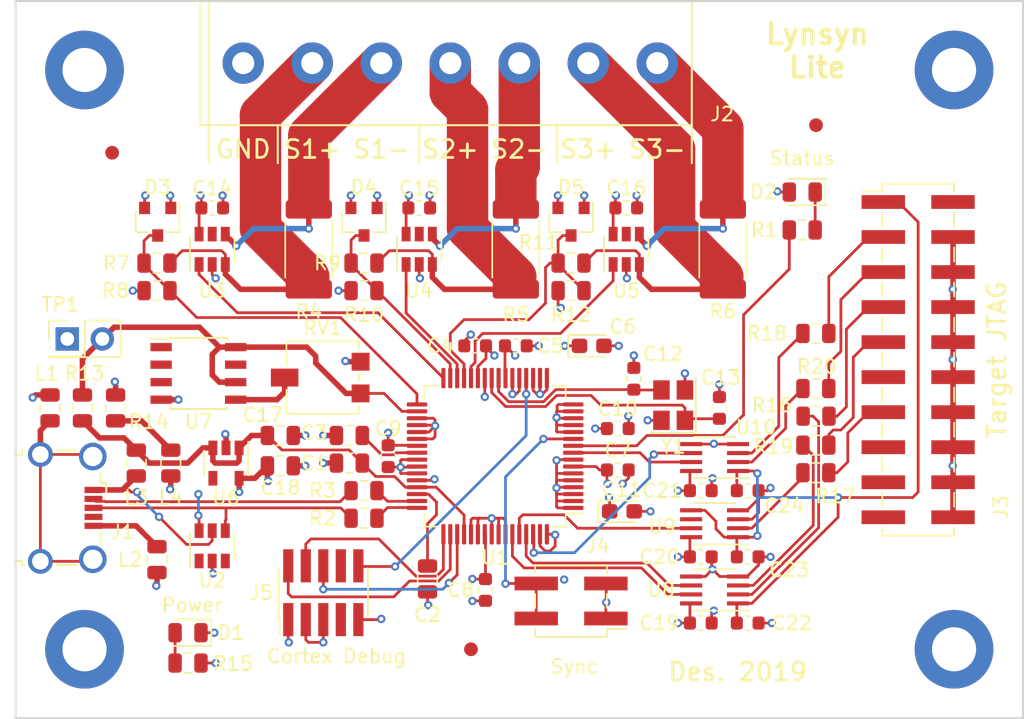
<source format=kicad_pcb>
(kicad_pcb (version 20171130) (host pcbnew 5.0.2-bee76a0~70~ubuntu18.04.1)
  (layers (0 F.Cu signal) (1 Power.Cu power hide) (2 Gnd.Cu power hide) (31 B.Cu signal) (34 B.Paste user hide) (35 F.Paste user hide) (36 B.SilkS user hide) (37 F.SilkS user) (38 B.Mask user hide) (39 F.Mask user hide) (44 Edge.Cuts user))
  (net 0 "")
  (net 1 +3V3)
  (net 2 GND)
  (net 3 USB_VBUS)
  (net 4 +3.3VA)
  (net 5 /JTAG/JTAG_out_VREF)
  (net 6 "Net-(J5-Pad4)")
  (net 7 "Net-(J5-Pad6)")
  (net 8 "Net-(J5-Pad10)")
  (net 9 "Net-(R1-Pad1)")
  (net 10 AREF)
  (net 11 "Net-(RV1-Pad2)")
  (net 12 /MCU/USB_D-)
  (net 13 /MCU/USB_D+)
  (net 14 /MCU/MCU_D-)
  (net 15 /MCU/MCU_D+)
  (net 16 "Net-(J1-Pad1)")
  (net 17 "Net-(J1-Pad5)")
  (net 18 "Net-(J1-Pad6)")
  (net 19 "Net-(J2-Pad3)")
  (net 20 "Net-(C2-Pad1)")
  (net 21 "Net-(C3-Pad1)")
  (net 22 "Net-(C12-Pad1)")
  (net 23 "Net-(C13-Pad1)")
  (net 24 "Net-(J5-Pad2)")
  (net 25 "Net-(L4-Pad1)")
  (net 26 /MCU/TX1)
  (net 27 /MCU/TX0)
  (net 28 /MCU/RX0)
  (net 29 /MCU/CLK0)
  (net 30 /MCU/SRST)
  (net 31 "Net-(D1-Pad2)")
  (net 32 "Net-(D2-Pad1)")
  (net 33 "/Current monitor/ADC1")
  (net 34 "/Current monitor/ADC3")
  (net 35 "/Current monitor/ADC5")
  (net 36 "Net-(J2-Pad2)")
  (net 37 "Net-(J2-Pad4)")
  (net 38 "Net-(J2-Pad5)")
  (net 39 "Net-(J2-Pad6)")
  (net 40 "Net-(J4-Pad2)")
  (net 41 "Net-(R16-Pad1)")
  (net 42 "Net-(R17-Pad1)")
  (net 43 "Net-(R18-Pad1)")
  (net 44 "Net-(R19-Pad1)")
  (net 45 "Net-(R20-Pad1)")
  (net 46 "/Current monitor/ADC0")
  (net 47 "/Current monitor/ADC2")
  (net 48 "/Current monitor/ADC4")
  (net 49 "Net-(J2-Pad7)")
  (net 50 "Net-(J3-Pad3)")
  (net 51 "Net-(J3-Pad5)")
  (net 52 "Net-(J3-Pad7)")
  (net 53 "Net-(J3-Pad9)")
  (net 54 "Net-(J3-Pad13)")
  (module Connector_PinHeader_2.54mm:PinHeader_2x10_P2.54mm_Vertical_SMD (layer F.Cu) (at 139.465 120.19)
    (fp_text reference J3 (at 6 10.7 90) (layer F.SilkS))
    (fp_text value Conn_ARM_JTAG_SWD_20)
    (pad 1 smd rect (at -2.525 -11.43) (size 3.15 1) (layers F.Cu F.Paste F.Mask) (net 5 /JTAG/JTAG_out_VREF))
    (pad 2 smd rect (at 2.525 -11.43) (size 3.15 1) (layers F.Cu F.Paste F.Mask))
    (pad 3 smd rect (at -2.525 -8.89) (size 3.15 1) (layers F.Cu F.Paste F.Mask) (net 50 "Net-(J3-Pad3)"))
    (pad 4 smd rect (at 2.525 -8.89) (size 3.15 1) (layers F.Cu F.Paste F.Mask) (net 2 GND))
    (pad 5 smd rect (at -2.525 -6.35) (size 3.15 1) (layers F.Cu F.Paste F.Mask) (net 51 "Net-(J3-Pad5)"))
    (pad 6 smd rect (at 2.525 -6.35) (size 3.15 1) (layers F.Cu F.Paste F.Mask) (net 2 GND))
    (pad 7 smd rect (at -2.525 -3.81) (size 3.15 1) (layers F.Cu F.Paste F.Mask) (net 52 "Net-(J3-Pad7)"))
    (pad 8 smd rect (at 2.525 -3.81) (size 3.15 1) (layers F.Cu F.Paste F.Mask) (net 2 GND))
    (pad 9 smd rect (at -2.525 -1.27) (size 3.15 1) (layers F.Cu F.Paste F.Mask) (net 53 "Net-(J3-Pad9)"))
    (pad 10 smd rect (at 2.525 -1.27) (size 3.15 1) (layers F.Cu F.Paste F.Mask) (net 2 GND))
    (pad 11 smd rect (at -2.525 1.27) (size 3.15 1) (layers F.Cu F.Paste F.Mask))
    (pad 12 smd rect (at 2.525 1.27) (size 3.15 1) (layers F.Cu F.Paste F.Mask) (net 2 GND))
    (pad 13 smd rect (at -2.525 3.81) (size 3.15 1) (layers F.Cu F.Paste F.Mask) (net 54 "Net-(J3-Pad13)"))
    (pad 14 smd rect (at 2.525 3.81) (size 3.15 1) (layers F.Cu F.Paste F.Mask) (net 2 GND))
    (pad 15 smd rect (at -2.525 6.35) (size 3.15 1) (layers F.Cu F.Paste F.Mask))
    (pad 16 smd rect (at 2.525 6.35) (size 3.15 1) (layers F.Cu F.Paste F.Mask) (net 2 GND))
    (pad 17 smd rect (at -2.525 8.89) (size 3.15 1) (layers F.Cu F.Paste F.Mask))
    (pad 18 smd rect (at 2.525 8.89) (size 3.15 1) (layers F.Cu F.Paste F.Mask) (net 2 GND))
    (pad 19 smd rect (at -2.525 11.43) (size 3.15 1) (layers F.Cu F.Paste F.Mask))
    (pad 20 smd rect (at 2.525 11.43) (size 3.15 1) (layers F.Cu F.Paste F.Mask) (net 2 GND))
  )
  (module MountingHole:MountingHole_3.2mm_M3_ISO7380_Pad (layer F.Cu) (at 79.065 141.19)
    (fp_text reference REF** hide)
    (fp_text value MountingHole_3.2mm_M3_ISO7380_Pad)
    (pad 1 thru_hole circle (at 0 0) (size 5.7 5.7) (drill 3.2) (layers *.Cu *.Mask))
  )
  (module MountingHole:MountingHole_3.2mm_M3_ISO7380_Pad (layer F.Cu) (at 142.065 141.19)
    (fp_text reference REF** hide)
    (fp_text value MountingHole_3.2mm_M3_ISO7380_Pad)
    (pad 1 thru_hole circle (at 0 0) (size 5.7 5.7) (drill 3.2) (layers *.Cu *.Mask))
  )
  (module MountingHole:MountingHole_3.2mm_M3_ISO7380_Pad (layer F.Cu) (at 142.065 99.19)
    (fp_text reference REF** hide)
    (fp_text value MountingHole_3.2mm_M3_ISO7380_Pad)
    (pad 1 thru_hole circle (at 0 0) (size 5.7 5.7) (drill 3.2) (layers *.Cu *.Mask))
  )
  (module Capacitor_SMD:C_0805_2012Metric (layer F.Cu) (at 98.2525 127.69 180)
    (fp_text reference C1 (at 2.5375 0 180) (layer F.SilkS))
    (fp_text value 4.7u)
    (pad 1 smd roundrect (at -0.9375 0 180) (size 0.975 1.4) (layers F.Cu F.Paste F.Mask) (net 3 USB_VBUS))
    (pad 2 smd roundrect (at 0.9375 0 180) (size 0.975 1.4) (layers F.Cu F.Paste F.Mask) (net 2 GND))
  )
  (module Capacitor_SMD:C_0805_2012Metric (layer F.Cu) (at 103.915 136.09 270)
    (fp_text reference C2 (at 2.6 0) (layer F.SilkS))
    (fp_text value 1u)
    (pad 2 smd roundrect (at 0.9375 0 270) (size 0.975 1.4) (layers F.Cu F.Paste F.Mask) (net 2 GND))
    (pad 1 smd roundrect (at -0.9375 0 270) (size 0.975 1.4) (layers F.Cu F.Paste F.Mask) (net 20 "Net-(C2-Pad1)"))
  )
  (module Capacitor_SMD:C_0805_2012Metric (layer F.Cu) (at 98.2525 125.69 180)
    (fp_text reference C3 (at 2.5375 0.2 180) (layer F.SilkS))
    (fp_text value 1u)
    (pad 1 smd roundrect (at -0.9375 0 180) (size 0.975 1.4) (layers F.Cu F.Paste F.Mask) (net 21 "Net-(C3-Pad1)"))
    (pad 2 smd roundrect (at 0.9375 0 180) (size 0.975 1.4) (layers F.Cu F.Paste F.Mask) (net 2 GND))
  )
  (module Capacitor_SMD:C_0603_1608Metric (layer F.Cu) (at 107.365 119.19 180)
    (fp_text reference C4 (at 2.5 0) (layer F.SilkS))
    (fp_text value 100n)
    (pad 2 smd roundrect (at 0.7875 0 180) (size 0.875 0.95) (layers F.Cu F.Paste F.Mask) (net 2 GND))
    (pad 1 smd roundrect (at -0.7875 0 180) (size 0.875 0.95) (layers F.Cu F.Paste F.Mask) (net 4 +3.3VA))
  )
  (module Capacitor_SMD:C_0603_1608Metric (layer F.Cu) (at 110.315 119.19)
    (fp_text reference C5 (at 2.5 0 180) (layer F.SilkS))
    (fp_text value 100n)
    (pad 1 smd roundrect (at -0.7875 0) (size 0.875 0.95) (layers F.Cu F.Paste F.Mask) (net 4 +3.3VA))
    (pad 2 smd roundrect (at 0.7875 0) (size 0.875 0.95) (layers F.Cu F.Paste F.Mask) (net 2 GND))
  )
  (module Capacitor_Tantalum_SMD:CP_EIA-2012-12_Kemet-R (layer F.Cu) (at 115.815 119.19)
    (fp_text reference C6 (at 2.25 -1.4 180) (layer F.SilkS))
    (fp_text value 10u)
    (pad 2 smd roundrect (at 0.8875 0) (size 1.125 1.05) (layers F.Cu F.Paste F.Mask) (roundrect_rratio 0.238095) (net 2 GND))
    (pad 1 smd roundrect (at -0.8875 0) (size 1.125 1.05) (layers F.Cu F.Paste F.Mask) (roundrect_rratio 0.238095) (net 4 +3.3VA))
  )
  (module Capacitor_SMD:C_0603_1608Metric (layer F.Cu) (at 117.7025 128.19)
    (fp_text reference C7 (at 0 -1.43) (layer F.SilkS))
    (fp_text value 100n)
    (pad 1 smd roundrect (at -0.7875 0) (size 0.875 0.95) (layers F.Cu F.Paste F.Mask) (net 1 +3V3))
    (pad 2 smd roundrect (at 0.7875 0) (size 0.875 0.95) (layers F.Cu F.Paste F.Mask) (net 2 GND))
  )
  (module Capacitor_SMD:C_0603_1608Metric (layer F.Cu) (at 108.115 136.89 270)
    (fp_text reference C8 (at 0 1.8) (layer F.SilkS))
    (fp_text value 100n)
    (pad 1 smd roundrect (at -0.7875 0 270) (size 0.875 0.95) (layers F.Cu F.Paste F.Mask) (net 1 +3V3))
    (pad 2 smd roundrect (at 0.7875 0 270) (size 0.875 0.95) (layers F.Cu F.Paste F.Mask) (net 2 GND))
  )
  (module Capacitor_SMD:C_0603_1608Metric (layer F.Cu) (at 101.065 127.19 270)
    (fp_text reference C9 (at -2 0) (layer F.SilkS))
    (fp_text value 100n)
    (pad 2 smd roundrect (at 0.7875 0 270) (size 0.875 0.95) (layers F.Cu F.Paste F.Mask) (net 2 GND))
    (pad 1 smd roundrect (at -0.7875 0 270) (size 0.875 0.95) (layers F.Cu F.Paste F.Mask) (net 1 +3V3))
  )
  (module Capacitor_SMD:C_0603_1608Metric (layer F.Cu) (at 117.7025 125.19)
    (fp_text reference C10 (at 0 -1.43) (layer F.SilkS))
    (fp_text value 100n)
    (pad 2 smd roundrect (at 0.7875 0) (size 0.875 0.95) (layers F.Cu F.Paste F.Mask) (net 2 GND))
    (pad 1 smd roundrect (at -0.7875 0) (size 0.875 0.95) (layers F.Cu F.Paste F.Mask) (net 1 +3V3))
  )
  (module Capacitor_Tantalum_SMD:CP_EIA-2012-12_Kemet-R (layer F.Cu) (at 118.0025 131.19)
    (fp_text reference C11 (at 0 -1.58) (layer F.SilkS))
    (fp_text value 10u)
    (pad 1 smd roundrect (at -0.8875 0) (size 1.125 1.05) (layers F.Cu F.Paste F.Mask) (roundrect_rratio 0.238095) (net 1 +3V3))
    (pad 2 smd roundrect (at 0.8875 0) (size 1.125 1.05) (layers F.Cu F.Paste F.Mask) (roundrect_rratio 0.238095) (net 2 GND))
  )
  (module Capacitor_SMD:C_0603_1608Metric (layer F.Cu) (at 118.865 121.5775 90)
    (fp_text reference C12 (at 1.7875 2.1 180) (layer F.SilkS))
    (fp_text value 12p)
    (pad 1 smd roundrect (at -0.7875 0 90) (size 0.875 0.95) (layers F.Cu F.Paste F.Mask) (net 22 "Net-(C12-Pad1)"))
    (pad 2 smd roundrect (at 0.7875 0 90) (size 0.875 0.95) (layers F.Cu F.Paste F.Mask) (net 2 GND))
  )
  (module Capacitor_SMD:C_0603_1608Metric (layer F.Cu) (at 125.065 123.69 90)
    (fp_text reference C13 (at 2.2 0.1 180) (layer F.SilkS))
    (fp_text value 12p)
    (pad 2 smd roundrect (at 0.7875 0 90) (size 0.875 0.95) (layers F.Cu F.Paste F.Mask) (net 2 GND))
    (pad 1 smd roundrect (at -0.7875 0 90) (size 0.875 0.95) (layers F.Cu F.Paste F.Mask) (net 23 "Net-(C13-Pad1)"))
  )
  (module Capacitor_SMD:C_0603_1608Metric (layer F.Cu) (at 88.315 109.19)
    (fp_text reference C14 (at 0 -1.43) (layer F.SilkS))
    (fp_text value 100n)
    (pad 2 smd roundrect (at 0.7875 0) (size 0.875 0.95) (layers F.Cu F.Paste F.Mask) (net 2 GND))
    (pad 1 smd roundrect (at -0.7875 0) (size 0.875 0.95) (layers F.Cu F.Paste F.Mask) (net 4 +3.3VA))
  )
  (module Capacitor_SMD:C_0603_1608Metric (layer F.Cu) (at 123.715 139.29)
    (fp_text reference C19 (at -3 0 -180) (layer F.SilkS))
    (fp_text value 100n)
    (pad 1 smd roundrect (at -0.7875 0) (size 0.875 0.95) (layers F.Cu F.Paste F.Mask) (net 1 +3V3))
    (pad 2 smd roundrect (at 0.7875 0) (size 0.875 0.95) (layers F.Cu F.Paste F.Mask) (net 2 GND))
  )
  (module Capacitor_SMD:C_0603_1608Metric (layer F.Cu) (at 123.715 134.49)
    (fp_text reference C20 (at -3 0 180) (layer F.SilkS))
    (fp_text value 100n)
    (pad 2 smd roundrect (at 0.7875 0) (size 0.875 0.95) (layers F.Cu F.Paste F.Mask) (net 2 GND))
    (pad 1 smd roundrect (at -0.7875 0) (size 0.875 0.95) (layers F.Cu F.Paste F.Mask) (net 1 +3V3))
  )
  (module Capacitor_SMD:C_0603_1608Metric (layer F.Cu) (at 123.715 129.69)
    (fp_text reference C21 (at -2.8 0 180) (layer F.SilkS))
    (fp_text value 100n)
    (pad 1 smd roundrect (at -0.7875 0) (size 0.875 0.95) (layers F.Cu F.Paste F.Mask) (net 1 +3V3))
    (pad 2 smd roundrect (at 0.7875 0) (size 0.875 0.95) (layers F.Cu F.Paste F.Mask) (net 2 GND))
  )
  (module Capacitor_SMD:C_0603_1608Metric (layer F.Cu) (at 127.115 139.29)
    (fp_text reference C22 (at 3.2 0 180) (layer F.SilkS))
    (fp_text value 100n)
    (pad 1 smd roundrect (at -0.7875 0) (size 0.875 0.95) (layers F.Cu F.Paste F.Mask) (net 5 /JTAG/JTAG_out_VREF))
    (pad 2 smd roundrect (at 0.7875 0) (size 0.875 0.95) (layers F.Cu F.Paste F.Mask) (net 2 GND))
  )
  (module LED_SMD:LED_0805_2012Metric (layer F.Cu) (at 86.565 139.99 180)
    (fp_text reference D1 (at -3.1 0 180) (layer F.SilkS))
    (fp_text value Red)
    (pad 1 smd roundrect (at -0.9375 0 180) (size 0.975 1.4) (layers F.Cu F.Paste F.Mask) (net 2 GND))
    (pad 2 smd roundrect (at 0.9375 0 180) (size 0.975 1.4) (layers F.Cu F.Paste F.Mask) (net 31 "Net-(D1-Pad2)"))
  )
  (module Inductor_SMD:L_0805_2012Metric (layer F.Cu) (at 76.565 123.69 90)
    (fp_text reference L1 (at 2.5 -0.25) (layer F.SilkS))
    (fp_text value Ferrite_Bead)
    (pad 2 smd roundrect (at 0.9375 0 90) (size 0.975 1.4) (layers F.Cu F.Paste F.Mask) (net 2 GND))
    (pad 1 smd roundrect (at -0.9375 0 90) (size 0.975 1.4) (layers F.Cu F.Paste F.Mask) (net 18 "Net-(J1-Pad6)"))
  )
  (module Inductor_SMD:L_0805_2012Metric (layer F.Cu) (at 84.315 134.69 270)
    (fp_text reference L2 (at 0 1.95) (layer F.SilkS))
    (fp_text value Ferrite_Bead)
    (pad 2 smd roundrect (at 0.9375 0 270) (size 0.975 1.4) (layers F.Cu F.Paste F.Mask) (net 2 GND))
    (pad 1 smd roundrect (at -0.9375 0 270) (size 0.975 1.4) (layers F.Cu F.Paste F.Mask) (net 17 "Net-(J1-Pad5)"))
  )
  (module Inductor_SMD:L_0805_2012Metric (layer F.Cu) (at 82.815 127.69 270)
    (fp_text reference L3 (at 2.5 0) (layer F.SilkS))
    (fp_text value Ferrite_Bead)
    (pad 1 smd roundrect (at -0.9375 0 270) (size 0.975 1.4) (layers F.Cu F.Paste F.Mask) (net 3 USB_VBUS))
    (pad 2 smd roundrect (at 0.9375 0 270) (size 0.975 1.4) (layers F.Cu F.Paste F.Mask) (net 16 "Net-(J1-Pad1)"))
  )
  (module Inductor_SMD:L_0805_2012Metric (layer F.Cu) (at 85.315 127.69 270)
    (fp_text reference L4 (at 2.5 0) (layer F.SilkS))
    (fp_text value Ferrite_Bead)
    (pad 1 smd roundrect (at -0.9375 0 270) (size 0.975 1.4) (layers F.Cu F.Paste F.Mask) (net 25 "Net-(L4-Pad1)"))
    (pad 2 smd roundrect (at 0.9375 0 270) (size 0.975 1.4) (layers F.Cu F.Paste F.Mask) (net 1 +3V3))
  )
  (module Resistor_SMD:R_0805_2012Metric (layer F.Cu) (at 131.065 110.79)
    (fp_text reference R1 (at -2.75 0 180) (layer F.SilkS))
    (fp_text value 91)
    (pad 1 smd roundrect (at -0.9375 0) (size 0.975 1.4) (layers F.Cu F.Paste F.Mask) (net 9 "Net-(R1-Pad1)"))
    (pad 2 smd roundrect (at 0.9375 0) (size 0.975 1.4) (layers F.Cu F.Paste F.Mask) (net 32 "Net-(D2-Pad1)"))
  )
  (module Resistor_SMD:R_0805_2012Metric (layer F.Cu) (at 99.315 131.69 180)
    (fp_text reference R2 (at 3 0 180) (layer F.SilkS))
    (fp_text value 15)
    (pad 2 smd roundrect (at 0.9375 0 180) (size 0.975 1.4) (layers F.Cu F.Paste F.Mask) (net 13 /MCU/USB_D+))
    (pad 1 smd roundrect (at -0.9375 0 180) (size 0.975 1.4) (layers F.Cu F.Paste F.Mask) (net 15 /MCU/MCU_D+))
  )
  (module Resistor_SMD:R_0805_2012Metric (layer F.Cu) (at 99.315 129.69 180)
    (fp_text reference R3 (at 3 0 180) (layer F.SilkS))
    (fp_text value 15)
    (pad 2 smd roundrect (at 0.9375 0 180) (size 0.975 1.4) (layers F.Cu F.Paste F.Mask) (net 12 /MCU/USB_D-))
    (pad 1 smd roundrect (at -0.9375 0 180) (size 0.975 1.4) (layers F.Cu F.Paste F.Mask) (net 14 /MCU/MCU_D-))
  )
  (module Resistor_SMD:R_2512_6332Metric (layer F.Cu) (at 95.315 112.19 90)
    (fp_text reference R4 (at -4.5 0) (layer F.SilkS))
    (fp_text value Rs)
    (pad 1 smd roundrect (at -2.9 0 90) (size 1.35 3.35) (layers F.Cu F.Paste F.Mask) (roundrect_rratio 0.185185) (net 36 "Net-(J2-Pad2)"))
    (pad 2 smd roundrect (at 2.9 0 90) (size 1.35 3.35) (layers F.Cu F.Paste F.Mask) (roundrect_rratio 0.185185) (net 19 "Net-(J2-Pad3)"))
  )
  (module Resistor_SMD:R_0805_2012Metric (layer F.Cu) (at 84.315 113.19 180)
    (fp_text reference R7 (at 2.95 0) (layer F.SilkS))
    (fp_text value 82k)
    (pad 1 smd roundrect (at -0.9375 0 180) (size 0.975 1.4) (layers F.Cu F.Paste F.Mask) (net 36 "Net-(J2-Pad2)"))
    (pad 2 smd roundrect (at 0.9375 0 180) (size 0.975 1.4) (layers F.Cu F.Paste F.Mask) (net 35 "/Current monitor/ADC5"))
  )
  (module Resistor_SMD:R_0805_2012Metric (layer F.Cu) (at 84.315 115.19 180)
    (fp_text reference R8 (at 3 0) (layer F.SilkS))
    (fp_text value 10k)
    (pad 2 smd roundrect (at 0.9375 0 180) (size 0.975 1.4) (layers F.Cu F.Paste F.Mask) (net 2 GND))
    (pad 1 smd roundrect (at -0.9375 0 180) (size 0.975 1.4) (layers F.Cu F.Paste F.Mask) (net 35 "/Current monitor/ADC5"))
  )
  (module Resistor_SMD:R_0805_2012Metric (layer F.Cu) (at 99.315 113.19 180)
    (fp_text reference R9 (at 2.65 0 180) (layer F.SilkS))
    (fp_text value 82k)
    (pad 1 smd roundrect (at -0.9375 0 180) (size 0.975 1.4) (layers F.Cu F.Paste F.Mask) (net 37 "Net-(J2-Pad4)"))
    (pad 2 smd roundrect (at 0.9375 0 180) (size 0.975 1.4) (layers F.Cu F.Paste F.Mask) (net 34 "/Current monitor/ADC3"))
  )
  (module Resistor_SMD:R_0805_2012Metric (layer F.Cu) (at 99.315 115.19 180)
    (fp_text reference R10 (at 0 -1.75) (layer F.SilkS))
    (fp_text value 10k)
    (pad 2 smd roundrect (at 0.9375 0 180) (size 0.975 1.4) (layers F.Cu F.Paste F.Mask) (net 2 GND))
    (pad 1 smd roundrect (at -0.9375 0 180) (size 0.975 1.4) (layers F.Cu F.Paste F.Mask) (net 34 "/Current monitor/ADC3"))
  )
  (module Resistor_SMD:R_0805_2012Metric (layer F.Cu) (at 114.315 113.19 180)
    (fp_text reference R11 (at 2.35 1.5) (layer F.SilkS))
    (fp_text value 82k)
    (pad 2 smd roundrect (at 0.9375 0 180) (size 0.975 1.4) (layers F.Cu F.Paste F.Mask) (net 33 "/Current monitor/ADC1"))
    (pad 1 smd roundrect (at -0.9375 0 180) (size 0.975 1.4) (layers F.Cu F.Paste F.Mask) (net 39 "Net-(J2-Pad6)"))
  )
  (module Resistor_SMD:R_0805_2012Metric (layer F.Cu) (at 114.315 115.19 180)
    (fp_text reference R12 (at 0 -1.75) (layer F.SilkS))
    (fp_text value 10k)
    (pad 2 smd roundrect (at 0.9375 0 180) (size 0.975 1.4) (layers F.Cu F.Paste F.Mask) (net 2 GND))
    (pad 1 smd roundrect (at -0.9375 0 180) (size 0.975 1.4) (layers F.Cu F.Paste F.Mask) (net 33 "/Current monitor/ADC1"))
  )
  (module Resistor_SMD:R_0805_2012Metric (layer F.Cu) (at 78.915 123.69 90)
    (fp_text reference R13 (at 2.5 0.15 180) (layer F.SilkS))
    (fp_text value 3.6k)
    (pad 1 smd roundrect (at -0.9375 0 90) (size 0.975 1.4) (layers F.Cu F.Paste F.Mask) (net 3 USB_VBUS))
    (pad 2 smd roundrect (at 0.9375 0 90) (size 0.975 1.4) (layers F.Cu F.Paste F.Mask) (net 10 AREF))
  )
  (module Resistor_SMD:R_0805_2012Metric (layer F.Cu) (at 81.315 123.69 270)
    (fp_text reference R14 (at 1 -2.4 180) (layer F.SilkS))
    (fp_text value 1)
    (pad 1 smd roundrect (at -0.9375 0 270) (size 0.975 1.4) (layers F.Cu F.Paste F.Mask) (net 4 +3.3VA))
    (pad 2 smd roundrect (at 0.9375 0 270) (size 0.975 1.4) (layers F.Cu F.Paste F.Mask) (net 25 "Net-(L4-Pad1)"))
  )
  (module Connector_PinHeader_2.54mm:PinHeader_2x01_P2.54mm_Vertical (layer F.Cu) (at 77.815 118.69)
    (fp_text reference TP1 (at -0.5 -2.5 180) (layer F.SilkS))
    (fp_text value TEST)
    (pad 1 thru_hole rect (at 0 0) (size 1.7 1.7) (drill 1) (layers *.Cu *.Mask) (net 2 GND))
    (pad 2 thru_hole oval (at 2.54 0) (size 1.7 1.7) (drill 1) (layers *.Cu *.Mask) (net 10 AREF))
  )
  (module Package_TO_SOT_SMD:SOT-23-6 (layer F.Cu) (at 88.315 133.69 90)
    (fp_text reference U2 (at -2.5 0 180) (layer F.SilkS))
    (fp_text value IP4220CZ6)
    (pad 1 smd rect (at -1.1 -0.95 90) (size 1.06 0.65) (layers F.Cu F.Paste F.Mask))
    (pad 2 smd rect (at -1.1 0 90) (size 1.06 0.65) (layers F.Cu F.Paste F.Mask) (net 2 GND))
    (pad 3 smd rect (at -1.1 0.95 90) (size 1.06 0.65) (layers F.Cu F.Paste F.Mask))
    (pad 4 smd rect (at 1.1 0.95 90) (size 1.06 0.65) (layers F.Cu F.Paste F.Mask) (net 13 /MCU/USB_D+))
    (pad 6 smd rect (at 1.1 -0.95 90) (size 1.06 0.65) (layers F.Cu F.Paste F.Mask) (net 12 /MCU/USB_D-))
    (pad 5 smd rect (at 1.1 0 90) (size 1.06 0.65) (layers F.Cu F.Paste F.Mask) (net 16 "Net-(J1-Pad1)"))
  )
  (module Package_TO_SOT_SMD:SOT-23-6 (layer F.Cu) (at 88.315 112.19 90)
    (fp_text reference U3 (at -3 0 180) (layer F.SilkS))
    (fp_text value LMP8640)
    (pad 5 smd rect (at 1.1 0 90) (size 1.06 0.65) (layers F.Cu F.Paste F.Mask))
    (pad 6 smd rect (at 1.1 -0.95 90) (size 1.06 0.65) (layers F.Cu F.Paste F.Mask) (net 4 +3.3VA))
    (pad 4 smd rect (at 1.1 0.95 90) (size 1.06 0.65) (layers F.Cu F.Paste F.Mask) (net 19 "Net-(J2-Pad3)"))
    (pad 3 smd rect (at -1.1 0.95 90) (size 1.06 0.65) (layers F.Cu F.Paste F.Mask) (net 36 "Net-(J2-Pad2)"))
    (pad 2 smd rect (at -1.1 0 90) (size 1.06 0.65) (layers F.Cu F.Paste F.Mask) (net 2 GND))
    (pad 1 smd rect (at -1.1 -0.95 90) (size 1.06 0.65) (layers F.Cu F.Paste F.Mask) (net 48 "/Current monitor/ADC4"))
  )
  (module Package_SO:SSOP-8_2.95x2.8mm_P0.65mm (layer F.Cu) (at 124.715 136.89 180)
    (fp_text reference U8 (at 3.8735 0) (layer F.SilkS))
    (fp_text value 74LVC2T45)
    (pad 1 smd rect (at -1.7 -0.975 90) (size 0.3 1.6) (layers F.Cu F.Paste F.Mask) (net 5 /JTAG/JTAG_out_VREF))
    (pad 2 smd rect (at -1.7 -0.325 90) (size 0.3 1.6) (layers F.Cu F.Paste F.Mask) (net 41 "Net-(R16-Pad1)"))
    (pad 3 smd rect (at -1.7 0.325 90) (size 0.3 1.6) (layers F.Cu F.Paste F.Mask) (net 44 "Net-(R19-Pad1)"))
    (pad 4 smd rect (at -1.7 0.975 90) (size 0.3 1.6) (layers F.Cu F.Paste F.Mask) (net 2 GND))
    (pad 5 smd rect (at 1.7 0.975 90) (size 0.3 1.6) (layers F.Cu F.Paste F.Mask) (net 2 GND))
    (pad 6 smd rect (at 1.7 0.325 90) (size 0.3 1.6) (layers F.Cu F.Paste F.Mask) (net 29 /MCU/CLK0))
    (pad 7 smd rect (at 1.7 -0.325 90) (size 0.3 1.6) (layers F.Cu F.Paste F.Mask) (net 27 /MCU/TX0))
    (pad 8 smd rect (at 1.7 -0.975 90) (size 0.3 1.6) (layers F.Cu F.Paste F.Mask) (net 1 +3V3))
  )
  (module Crystal:Crystal_SMD_3225-4Pin_3.2x2.5mm (layer F.Cu) (at 121.715 123.49 90)
    (fp_text reference Y1 (at -3 0) (layer F.SilkS))
    (fp_text value 48MHz)
    (pad 1 smd rect (at -1.1 0.85 90) (size 1.4 1.2) (layers F.Cu F.Paste F.Mask) (net 23 "Net-(C13-Pad1)"))
    (pad 2 smd rect (at 1.1 0.85 90) (size 1.4 1.2) (layers F.Cu F.Paste F.Mask) (net 2 GND))
    (pad 3 smd rect (at 1.1 -0.85 90) (size 1.4 1.2) (layers F.Cu F.Paste F.Mask) (net 22 "Net-(C12-Pad1)"))
    (pad 4 smd rect (at -1.1 -0.85 90) (size 1.4 1.2) (layers F.Cu F.Paste F.Mask) (net 2 GND))
  )
  (module Capacitor_SMD:C_0603_1608Metric (layer F.Cu) (at 103.315 109.19)
    (fp_text reference C15 (at 0 -1.43) (layer F.SilkS))
    (fp_text value 100n)
    (pad 1 smd roundrect (at -0.7875 0) (size 0.875 0.95) (layers F.Cu F.Paste F.Mask) (net 4 +3.3VA))
    (pad 2 smd roundrect (at 0.7875 0) (size 0.875 0.95) (layers F.Cu F.Paste F.Mask) (net 2 GND))
  )
  (module Capacitor_SMD:C_0603_1608Metric (layer F.Cu) (at 118.315 109.19)
    (fp_text reference C16 (at 0 -1.43) (layer F.SilkS))
    (fp_text value 100n)
    (pad 2 smd roundrect (at 0.7875 0) (size 0.875 0.95) (layers F.Cu F.Paste F.Mask) (net 2 GND))
    (pad 1 smd roundrect (at -0.7875 0) (size 0.875 0.95) (layers F.Cu F.Paste F.Mask) (net 4 +3.3VA))
  )
  (module Capacitor_SMD:C_0805_2012Metric (layer F.Cu) (at 93.2525 125.69)
    (fp_text reference C17 (at -1.2875 -1.5 180) (layer F.SilkS))
    (fp_text value 1u)
    (pad 2 smd roundrect (at 0.9375 0) (size 0.975 1.4) (layers F.Cu F.Paste F.Mask) (net 2 GND))
    (pad 1 smd roundrect (at -0.9375 0) (size 0.975 1.4) (layers F.Cu F.Paste F.Mask) (net 3 USB_VBUS))
  )
  (module Capacitor_SMD:C_0805_2012Metric (layer F.Cu) (at 93.2525 127.89)
    (fp_text reference C18 (at 0 1.6) (layer F.SilkS))
    (fp_text value 1u)
    (pad 1 smd roundrect (at -0.9375 0) (size 0.975 1.4) (layers F.Cu F.Paste F.Mask) (net 1 +3V3))
    (pad 2 smd roundrect (at 0.9375 0) (size 0.975 1.4) (layers F.Cu F.Paste F.Mask) (net 2 GND))
  )
  (module Capacitor_SMD:C_0603_1608Metric (layer F.Cu) (at 127.115 134.49)
    (fp_text reference C23 (at 3 0.95) (layer F.SilkS))
    (fp_text value 100n)
    (pad 1 smd roundrect (at -0.7875 0) (size 0.875 0.95) (layers F.Cu F.Paste F.Mask) (net 5 /JTAG/JTAG_out_VREF))
    (pad 2 smd roundrect (at 0.7875 0) (size 0.875 0.95) (layers F.Cu F.Paste F.Mask) (net 2 GND))
  )
  (module Capacitor_SMD:C_0603_1608Metric (layer F.Cu) (at 127.115 129.69)
    (fp_text reference C24 (at 2.65 1.1) (layer F.SilkS))
    (fp_text value 100n)
    (pad 2 smd roundrect (at 0.7875 0) (size 0.875 0.95) (layers F.Cu F.Paste F.Mask) (net 2 GND))
    (pad 1 smd roundrect (at -0.7875 0) (size 0.875 0.95) (layers F.Cu F.Paste F.Mask) (net 5 /JTAG/JTAG_out_VREF))
  )
  (module Package_TO_SOT_SMD:SOT-23 (layer F.Cu) (at 84.365 110.19 270)
    (fp_text reference D3 (at -2.5 0) (layer F.SilkS))
    (fp_text value BAT54S)
    (pad 1 smd rect (at -1 -0.95 270) (size 0.9 0.8) (layers F.Cu F.Paste F.Mask) (net 2 GND))
    (pad 2 smd rect (at -1 0.95 270) (size 0.9 0.8) (layers F.Cu F.Paste F.Mask) (net 4 +3.3VA))
    (pad 3 smd rect (at 1 0 270) (size 0.9 0.8) (layers F.Cu F.Paste F.Mask) (net 35 "/Current monitor/ADC5"))
  )
  (module Package_TO_SOT_SMD:SOT-23 (layer F.Cu) (at 99.315 110.19 270)
    (fp_text reference D4 (at -2.5 0) (layer F.SilkS))
    (fp_text value BAT54S)
    (pad 3 smd rect (at 1 0 270) (size 0.9 0.8) (layers F.Cu F.Paste F.Mask) (net 34 "/Current monitor/ADC3"))
    (pad 2 smd rect (at -1 0.95 270) (size 0.9 0.8) (layers F.Cu F.Paste F.Mask) (net 4 +3.3VA))
    (pad 1 smd rect (at -1 -0.95 270) (size 0.9 0.8) (layers F.Cu F.Paste F.Mask) (net 2 GND))
  )
  (module Connector_USB:USB_Micro-B_Wuerth_629105150521_CircularHoles (layer F.Cu) (at 77.815 130.94 270)
    (fp_text reference J1 (at 1.75 -4) (layer F.SilkS))
    (fp_text value "USB Micro-B")
    (pad 1 smd rect (at -1.3 -1.9 270) (size 0.45 1.3) (layers F.Cu F.Paste F.Mask) (net 16 "Net-(J1-Pad1)"))
    (pad 2 smd rect (at -0.65 -1.9 270) (size 0.45 1.3) (layers F.Cu F.Paste F.Mask) (net 12 /MCU/USB_D-))
    (pad 3 smd rect (at 0 -1.9 270) (size 0.45 1.3) (layers F.Cu F.Paste F.Mask) (net 13 /MCU/USB_D+))
    (pad 4 smd rect (at 0.65 -1.9 270) (size 0.45 1.3) (layers F.Cu F.Paste F.Mask))
    (pad 5 smd rect (at 1.3 -1.9 270) (size 0.45 1.3) (layers F.Cu F.Paste F.Mask) (net 17 "Net-(J1-Pad5)"))
    (pad 6 thru_hole circle (at -3.725 -1.85 270) (size 2 2) (drill 1.4) (layers *.Cu *.Mask) (net 18 "Net-(J1-Pad6)"))
    (pad 6 thru_hole circle (at 3.725 -1.85 270) (size 2 2) (drill 1.4) (layers *.Cu *.Mask) (net 18 "Net-(J1-Pad6)"))
    (pad 6 thru_hole circle (at -3.875 1.95 270) (size 1.8 1.8) (drill 1.2) (layers *.Cu *.Mask) (net 18 "Net-(J1-Pad6)"))
    (pad 6 thru_hole circle (at 3.875 1.95 270) (size 1.8 1.8) (drill 1.2) (layers *.Cu *.Mask) (net 18 "Net-(J1-Pad6)"))
    (pad "" np_thru_hole circle (at -2.5 -0.8 270) (size 0.8 0.8) (drill 0.8) (layers *.Cu *.Mask))
    (pad "" np_thru_hole circle (at 2.5 -0.8 270) (size 0.8 0.8) (drill 0.8) (layers *.Cu *.Mask))
  )
  (module Resistor_SMD:R_2512_6332Metric (layer F.Cu) (at 110.315 112.19 90)
    (fp_text reference R5 (at -4.75 0 180) (layer F.SilkS))
    (fp_text value Rs)
    (pad 1 smd roundrect (at -2.9 0 90) (size 1.35 3.35) (layers F.Cu F.Paste F.Mask) (roundrect_rratio 0.185185) (net 37 "Net-(J2-Pad4)"))
    (pad 2 smd roundrect (at 2.9 0 90) (size 1.35 3.35) (layers F.Cu F.Paste F.Mask) (roundrect_rratio 0.185185) (net 38 "Net-(J2-Pad5)"))
  )
  (module Resistor_SMD:R_2512_6332Metric (layer F.Cu) (at 125.315 112.19 90)
    (fp_text reference R6 (at -4.5 0 180) (layer F.SilkS))
    (fp_text value Rs)
    (pad 2 smd roundrect (at 2.9 0 90) (size 1.35 3.35) (layers F.Cu F.Paste F.Mask) (roundrect_rratio 0.185185) (net 49 "Net-(J2-Pad7)"))
    (pad 1 smd roundrect (at -2.9 0 90) (size 1.35 3.35) (layers F.Cu F.Paste F.Mask) (roundrect_rratio 0.185185) (net 39 "Net-(J2-Pad6)"))
  )
  (module Resistor_SMD:R_0805_2012Metric (layer F.Cu) (at 86.565 142.19 180)
    (fp_text reference R15 (at -3.25 -0.05 180) (layer F.SilkS))
    (fp_text value 91)
    (pad 1 smd roundrect (at -0.9375 0 180) (size 0.975 1.4) (layers F.Cu F.Paste F.Mask) (net 1 +3V3))
    (pad 2 smd roundrect (at 0.9375 0 180) (size 0.975 1.4) (layers F.Cu F.Paste F.Mask) (net 31 "Net-(D1-Pad2)"))
  )
  (module Resistor_SMD:R_0805_2012Metric (layer F.Cu) (at 132.065 124.29)
    (fp_text reference R16 (at -3.2 -0.8) (layer F.SilkS))
    (fp_text value 100)
    (pad 2 smd roundrect (at 0.9375 0) (size 0.975 1.4) (layers F.Cu F.Paste F.Mask) (net 52 "Net-(J3-Pad7)"))
    (pad 1 smd roundrect (at -0.9375 0) (size 0.975 1.4) (layers F.Cu F.Paste F.Mask) (net 41 "Net-(R16-Pad1)"))
  )
  (module Resistor_SMD:R_0805_2012Metric (layer F.Cu) (at 132.0525 128.39)
    (fp_text reference R17 (at 1.4125 1.7) (layer F.SilkS))
    (fp_text value 100)
    (pad 2 smd roundrect (at 0.9375 0) (size 0.975 1.4) (layers F.Cu F.Paste F.Mask) (net 54 "Net-(J3-Pad13)"))
    (pad 1 smd roundrect (at -0.9375 0) (size 0.975 1.4) (layers F.Cu F.Paste F.Mask) (net 42 "Net-(R17-Pad1)"))
  )
  (module Resistor_SMD:R_0805_2012Metric (layer F.Cu) (at 132.0525 118.29)
    (fp_text reference R18 (at -3.5375 0) (layer F.SilkS))
    (fp_text value 100)
    (pad 2 smd roundrect (at 0.9375 0) (size 0.975 1.4) (layers F.Cu F.Paste F.Mask) (net 50 "Net-(J3-Pad3)"))
    (pad 1 smd roundrect (at -0.9375 0) (size 0.975 1.4) (layers F.Cu F.Paste F.Mask) (net 43 "Net-(R18-Pad1)"))
  )
  (module Resistor_SMD:R_0805_2012Metric (layer F.Cu) (at 132.0525 126.39)
    (fp_text reference R19 (at -3.0875 0.1) (layer F.SilkS))
    (fp_text value 100)
    (pad 1 smd roundrect (at -0.9375 0) (size 0.975 1.4) (layers F.Cu F.Paste F.Mask) (net 44 "Net-(R19-Pad1)"))
    (pad 2 smd roundrect (at 0.9375 0) (size 0.975 1.4) (layers F.Cu F.Paste F.Mask) (net 53 "Net-(J3-Pad9)"))
  )
  (module Resistor_SMD:R_0805_2012Metric (layer F.Cu) (at 132.0525 122.29)
    (fp_text reference R20 (at 0.0625 -1.6) (layer F.SilkS))
    (fp_text value 100)
    (pad 1 smd roundrect (at -0.9375 0) (size 0.975 1.4) (layers F.Cu F.Paste F.Mask) (net 45 "Net-(R20-Pad1)"))
    (pad 2 smd roundrect (at 0.9375 0) (size 0.975 1.4) (layers F.Cu F.Paste F.Mask) (net 51 "Net-(J3-Pad5)"))
  )
  (module Potentiometer_SMD:Potentiometer_Vishay_TS53YL_Vertical (layer F.Cu) (at 96.315 121.49)
    (fp_text reference RV1 (at 0 -3.6) (layer F.SilkS))
    (fp_text value 10k)
    (pad 1 smd rect (at 2.75 -1.15) (size 1.3 1.3) (layers F.Cu F.Paste F.Mask) (net 2 GND))
    (pad 2 smd rect (at -2.75 0) (size 2 1.3) (layers F.Cu F.Paste F.Mask) (net 11 "Net-(RV1-Pad2)"))
    (pad 3 smd rect (at 2.75 1.15) (size 1.3 1.3) (layers F.Cu F.Paste F.Mask) (net 10 AREF))
  )
  (module Package_QFP:TQFP-64_10x10mm_P0.5mm (layer F.Cu) (at 108.815 127.19 180)
    (fp_text reference U1 (at 0 -7.35 180) (layer F.SilkS))
    (fp_text value EFM32GG332F1024)
    (pad 1 smd roundrect (at -5.6625 -3.75 180) (size 1.475 0.3) (layers F.Cu F.Paste F.Mask) (net 2 GND))
    (pad 2 smd roundrect (at -5.6625 -3.25 180) (size 1.475 0.3) (layers F.Cu F.Paste F.Mask) (net 2 GND))
    (pad 3 smd roundrect (at -5.6625 -2.75 180) (size 1.475 0.3) (layers F.Cu F.Paste F.Mask) (net 2 GND))
    (pad 4 smd roundrect (at -5.6625 -2.25 180) (size 1.475 0.3) (layers F.Cu F.Paste F.Mask) (net 2 GND))
    (pad 5 smd roundrect (at -5.6625 -1.75 180) (size 1.475 0.3) (layers F.Cu F.Paste F.Mask) (net 2 GND))
    (pad 6 smd roundrect (at -5.6625 -1.25 180) (size 1.475 0.3) (layers F.Cu F.Paste F.Mask) (net 2 GND))
    (pad 7 smd roundrect (at -5.6625 -0.75 180) (size 1.475 0.3) (layers F.Cu F.Paste F.Mask) (net 1 +3V3))
    (pad 8 smd roundrect (at -5.6625 -0.25 180) (size 1.475 0.3) (layers F.Cu F.Paste F.Mask) (net 2 GND))
    (pad 9 smd roundrect (at -5.6625 0.25 180) (size 1.475 0.3) (layers F.Cu F.Paste F.Mask) (net 26 /MCU/TX1))
    (pad 10 smd roundrect (at -5.6625 0.75 180) (size 1.475 0.3) (layers F.Cu F.Paste F.Mask) (net 9 "Net-(R1-Pad1)"))
    (pad 11 smd roundrect (at -5.6625 1.25 180) (size 1.475 0.3) (layers F.Cu F.Paste F.Mask) (net 40 "Net-(J4-Pad2)"))
    (pad 12 smd roundrect (at -5.6625 1.75 180) (size 1.475 0.3) (layers F.Cu F.Paste F.Mask) (net 2 GND))
    (pad 13 smd roundrect (at -5.6625 2.25 180) (size 1.475 0.3) (layers F.Cu F.Paste F.Mask) (net 2 GND))
    (pad 14 smd roundrect (at -5.6625 2.75 180) (size 1.475 0.3) (layers F.Cu F.Paste F.Mask) (net 2 GND))
    (pad 15 smd roundrect (at -5.6625 3.25 180) (size 1.475 0.3) (layers F.Cu F.Paste F.Mask) (net 2 GND))
    (pad 16 smd roundrect (at -5.6625 3.75 180) (size 1.475 0.3) (layers F.Cu F.Paste F.Mask) (net 2 GND))
    (pad 17 smd roundrect (at -3.75 5.6625 180) (size 0.3 1.475) (layers F.Cu F.Paste F.Mask) (net 2 GND))
    (pad 18 smd roundrect (at -3.25 5.6625 180) (size 0.3 1.475) (layers F.Cu F.Paste F.Mask) (net 2 GND))
    (pad 19 smd roundrect (at -2.75 5.6625 180) (size 0.3 1.475) (layers F.Cu F.Paste F.Mask) (net 2 GND))
    (pad 20 smd roundrect (at -2.25 5.6625 180) (size 0.3 1.475) (layers F.Cu F.Paste F.Mask) (net 8 "Net-(J5-Pad10)"))
    (pad 21 smd roundrect (at -1.75 5.6625 180) (size 0.3 1.475) (layers F.Cu F.Paste F.Mask) (net 2 GND))
    (pad 22 smd roundrect (at -1.25 5.6625 180) (size 0.3 1.475) (layers F.Cu F.Paste F.Mask) (net 2 GND))
    (pad 23 smd roundrect (at -0.75 5.6625 180) (size 0.3 1.475) (layers F.Cu F.Paste F.Mask) (net 4 +3.3VA))
    (pad 24 smd roundrect (at -0.25 5.6625 180) (size 0.3 1.475) (layers F.Cu F.Paste F.Mask) (net 22 "Net-(C12-Pad1)"))
    (pad 25 smd roundrect (at 0.25 5.6625 180) (size 0.3 1.475) (layers F.Cu F.Paste F.Mask) (net 23 "Net-(C13-Pad1)"))
    (pad 26 smd roundrect (at 0.75 5.6625 180) (size 0.3 1.475) (layers F.Cu F.Paste F.Mask) (net 1 +3V3))
    (pad 27 smd roundrect (at 1.25 5.6625 180) (size 0.3 1.475) (layers F.Cu F.Paste F.Mask) (net 4 +3.3VA))
    (pad 28 smd roundrect (at 1.75 5.6625 180) (size 0.3 1.475) (layers F.Cu F.Paste F.Mask) (net 46 "/Current monitor/ADC0"))
    (pad 29 smd roundrect (at 2.25 5.6625 180) (size 0.3 1.475) (layers F.Cu F.Paste F.Mask) (net 33 "/Current monitor/ADC1"))
    (pad 30 smd roundrect (at 2.75 5.6625 180) (size 0.3 1.475) (layers F.Cu F.Paste F.Mask) (net 47 "/Current monitor/ADC2"))
    (pad 31 smd roundrect (at 3.25 5.6625 180) (size 0.3 1.475) (layers F.Cu F.Paste F.Mask) (net 34 "/Current monitor/ADC3"))
    (pad 32 smd roundrect (at 3.75 5.6625 180) (size 0.3 1.475) (layers F.Cu F.Paste F.Mask) (net 48 "/Current monitor/ADC4"))
    (pad 33 smd roundrect (at 5.6625 3.75 180) (size 1.475 0.3) (layers F.Cu F.Paste F.Mask) (net 35 "/Current monitor/ADC5"))
    (pad 34 smd roundrect (at 5.6625 3.25 180) (size 1.475 0.3) (layers F.Cu F.Paste F.Mask) (net 10 AREF))
    (pad 35 smd roundrect (at 5.6625 2.75 180) (size 1.475 0.3) (layers F.Cu F.Paste F.Mask) (net 2 GND))
    (pad 36 smd roundrect (at 5.6625 2.25 180) (size 1.475 0.3) (layers F.Cu F.Paste F.Mask) (net 2 GND))
    (pad 37 smd roundrect (at 5.6625 1.75 180) (size 1.475 0.3) (layers F.Cu F.Paste F.Mask) (net 2 GND))
    (pad 38 smd roundrect (at 5.6625 1.25 180) (size 1.475 0.3) (layers F.Cu F.Paste F.Mask) (net 2 GND))
    (pad 39 smd roundrect (at 5.6625 0.75 180) (size 1.475 0.3) (layers F.Cu F.Paste F.Mask) (net 1 +3V3))
    (pad 40 smd roundrect (at 5.6625 0.25 180) (size 1.475 0.3) (layers F.Cu F.Paste F.Mask) (net 21 "Net-(C3-Pad1)"))
    (pad 41 smd roundrect (at 5.6625 -0.25 180) (size 1.475 0.3) (layers F.Cu F.Paste F.Mask) (net 2 GND))
    (pad 42 smd roundrect (at 5.6625 -0.75 180) (size 1.475 0.3) (layers F.Cu F.Paste F.Mask) (net 2 GND))
    (pad 43 smd roundrect (at 5.6625 -1.25 180) (size 1.475 0.3) (layers F.Cu F.Paste F.Mask) (net 2 GND))
    (pad 44 smd roundrect (at 5.6625 -1.75 180) (size 1.475 0.3) (layers F.Cu F.Paste F.Mask) (net 2 GND))
    (pad 45 smd roundrect (at 5.6625 -2.25 180) (size 1.475 0.3) (layers F.Cu F.Paste F.Mask) (net 3 USB_VBUS))
    (pad 46 smd roundrect (at 5.6625 -2.75 180) (size 1.475 0.3) (layers F.Cu F.Paste F.Mask) (net 20 "Net-(C2-Pad1)"))
    (pad 47 smd roundrect (at 5.6625 -3.25 180) (size 1.475 0.3) (layers F.Cu F.Paste F.Mask) (net 14 /MCU/MCU_D-))
    (pad 48 smd roundrect (at 5.6625 -3.75 180) (size 1.475 0.3) (layers F.Cu F.Paste F.Mask) (net 15 /MCU/MCU_D+))
    (pad 49 smd roundrect (at 3.75 -5.6625 180) (size 0.3 1.475) (layers F.Cu F.Paste F.Mask) (net 6 "Net-(J5-Pad4)"))
    (pad 50 smd roundrect (at 3.25 -5.6625 180) (size 0.3 1.475) (layers F.Cu F.Paste F.Mask) (net 24 "Net-(J5-Pad2)"))
    (pad 51 smd roundrect (at 2.75 -5.6625 180) (size 0.3 1.475) (layers F.Cu F.Paste F.Mask) (net 7 "Net-(J5-Pad6)"))
    (pad 52 smd roundrect (at 2.25 -5.6625 180) (size 0.3 1.475) (layers F.Cu F.Paste F.Mask) (net 3 USB_VBUS))
    (pad 53 smd roundrect (at 1.75 -5.6625 180) (size 0.3 1.475) (layers F.Cu F.Paste F.Mask) (net 2 GND))
    (pad 54 smd roundrect (at 1.25 -5.6625 180) (size 0.3 1.475) (layers F.Cu F.Paste F.Mask) (net 2 GND))
    (pad 55 smd roundrect (at 0.75 -5.6625 180) (size 0.3 1.475) (layers F.Cu F.Paste F.Mask) (net 1 +3V3))
    (pad 56 smd roundrect (at 0.25 -5.6625 180) (size 0.3 1.475) (layers F.Cu F.Paste F.Mask) (net 2 GND))
    (pad 57 smd roundrect (at -0.25 -5.6625 180) (size 0.3 1.475) (layers F.Cu F.Paste F.Mask) (net 2 GND))
    (pad 58 smd roundrect (at -0.75 -5.6625 180) (size 0.3 1.475) (layers F.Cu F.Paste F.Mask) (net 2 GND))
    (pad 59 smd roundrect (at -1.25 -5.6625 180) (size 0.3 1.475) (layers F.Cu F.Paste F.Mask) (net 27 /MCU/TX0))
    (pad 60 smd roundrect (at -1.75 -5.6625 180) (size 0.3 1.475) (layers F.Cu F.Paste F.Mask) (net 28 /MCU/RX0))
    (pad 61 smd roundrect (at -2.25 -5.6625 180) (size 0.3 1.475) (layers F.Cu F.Paste F.Mask) (net 29 /MCU/CLK0))
    (pad 62 smd roundrect (at -2.75 -5.6625 180) (size 0.3 1.475) (layers F.Cu F.Paste F.Mask) (net 30 /MCU/SRST))
    (pad 63 smd roundrect (at -3.25 -5.6625 180) (size 0.3 1.475) (layers F.Cu F.Paste F.Mask) (net 2 GND))
    (pad 64 smd roundrect (at -3.75 -5.6625 180) (size 0.3 1.475) (layers F.Cu F.Paste F.Mask) (net 2 GND))
  )
  (module Package_TO_SOT_SMD:SOT-23-6 (layer F.Cu) (at 103.315 112.19 90)
    (fp_text reference U4 (at -3 0 180) (layer F.SilkS))
    (fp_text value LMP8640)
    (pad 1 smd rect (at -1.1 -0.95 90) (size 1.06 0.65) (layers F.Cu F.Paste F.Mask) (net 47 "/Current monitor/ADC2"))
    (pad 2 smd rect (at -1.1 0 90) (size 1.06 0.65) (layers F.Cu F.Paste F.Mask) (net 2 GND))
    (pad 3 smd rect (at -1.1 0.95 90) (size 1.06 0.65) (layers F.Cu F.Paste F.Mask) (net 37 "Net-(J2-Pad4)"))
    (pad 4 smd rect (at 1.1 0.95 90) (size 1.06 0.65) (layers F.Cu F.Paste F.Mask) (net 38 "Net-(J2-Pad5)"))
    (pad 6 smd rect (at 1.1 -0.95 90) (size 1.06 0.65) (layers F.Cu F.Paste F.Mask) (net 4 +3.3VA))
    (pad 5 smd rect (at 1.1 0 90) (size 1.06 0.65) (layers F.Cu F.Paste F.Mask))
  )
  (module Package_TO_SOT_SMD:SOT-23-6 (layer F.Cu) (at 118.315 112.19 90)
    (fp_text reference U5 (at -3 0 180) (layer F.SilkS))
    (fp_text value LMP8640)
    (pad 5 smd rect (at 1.1 0 90) (size 1.06 0.65) (layers F.Cu F.Paste F.Mask))
    (pad 6 smd rect (at 1.1 -0.95 90) (size 1.06 0.65) (layers F.Cu F.Paste F.Mask) (net 4 +3.3VA))
    (pad 4 smd rect (at 1.1 0.95 90) (size 1.06 0.65) (layers F.Cu F.Paste F.Mask) (net 49 "Net-(J2-Pad7)"))
    (pad 3 smd rect (at -1.1 0.95 90) (size 1.06 0.65) (layers F.Cu F.Paste F.Mask) (net 39 "Net-(J2-Pad6)"))
    (pad 2 smd rect (at -1.1 0 90) (size 1.06 0.65) (layers F.Cu F.Paste F.Mask) (net 2 GND))
    (pad 1 smd rect (at -1.1 -0.95 90) (size 1.06 0.65) (layers F.Cu F.Paste F.Mask) (net 46 "/Current monitor/ADC0"))
  )
  (module Package_TO_SOT_SMD:SOT-23-5 (layer F.Cu) (at 89.315 127.69 270)
    (fp_text reference U6 (at 2.5 0) (layer F.SilkS))
    (fp_text value MIC5504-3.3YM5)
    (pad 1 smd rect (at -1.1 -0.95 270) (size 1.06 0.65) (layers F.Cu F.Paste F.Mask) (net 3 USB_VBUS))
    (pad 2 smd rect (at -1.1 0 270) (size 1.06 0.65) (layers F.Cu F.Paste F.Mask) (net 2 GND))
    (pad 3 smd rect (at -1.1 0.95 270) (size 1.06 0.65) (layers F.Cu F.Paste F.Mask) (net 3 USB_VBUS))
    (pad 4 smd rect (at 1.1 0.95 270) (size 1.06 0.65) (layers F.Cu F.Paste F.Mask))
    (pad 5 smd rect (at 1.1 -0.95 270) (size 1.06 0.65) (layers F.Cu F.Paste F.Mask) (net 1 +3V3))
  )
  (module Package_SO:SOIC-8_3.9x4.9mm_P1.27mm (layer F.Cu) (at 87.315 121.19)
    (fp_text reference U7 (at 0 3.5) (layer F.SilkS))
    (fp_text value LT1009)
    (pad 1 smd rect (at -2.7 -1.905) (size 1.55 0.6) (layers F.Cu F.Paste F.Mask))
    (pad 2 smd rect (at -2.7 -0.635) (size 1.55 0.6) (layers F.Cu F.Paste F.Mask))
    (pad 3 smd rect (at -2.7 0.635) (size 1.55 0.6) (layers F.Cu F.Paste F.Mask))
    (pad 4 smd rect (at -2.7 1.905) (size 1.55 0.6) (layers F.Cu F.Paste F.Mask) (net 2 GND))
    (pad 5 smd rect (at 2.7 1.905) (size 1.55 0.6) (layers F.Cu F.Paste F.Mask) (net 11 "Net-(RV1-Pad2)"))
    (pad 6 smd rect (at 2.7 0.635) (size 1.55 0.6) (layers F.Cu F.Paste F.Mask) (net 10 AREF))
    (pad 7 smd rect (at 2.7 -0.635) (size 1.55 0.6) (layers F.Cu F.Paste F.Mask))
    (pad 8 smd rect (at 2.7 -1.905) (size 1.55 0.6) (layers F.Cu F.Paste F.Mask) (net 10 AREF))
  )
  (module Package_SO:SSOP-8_2.95x2.8mm_P0.65mm (layer F.Cu) (at 124.715 132.09 180)
    (fp_text reference U9 (at 3.8 -0.2 180) (layer F.SilkS))
    (fp_text value 74LVC2T45)
    (pad 1 smd rect (at -1.7 -0.975 90) (size 0.3 1.6) (layers F.Cu F.Paste F.Mask) (net 5 /JTAG/JTAG_out_VREF))
    (pad 2 smd rect (at -1.7 -0.325 90) (size 0.3 1.6) (layers F.Cu F.Paste F.Mask) (net 42 "Net-(R17-Pad1)"))
    (pad 3 smd rect (at -1.7 0.325 90) (size 0.3 1.6) (layers F.Cu F.Paste F.Mask) (net 2 GND))
    (pad 4 smd rect (at -1.7 0.975 90) (size 0.3 1.6) (layers F.Cu F.Paste F.Mask) (net 2 GND))
    (pad 5 smd rect (at 1.7 0.975 90) (size 0.3 1.6) (layers F.Cu F.Paste F.Mask) (net 5 /JTAG/JTAG_out_VREF))
    (pad 6 smd rect (at 1.7 0.325 90) (size 0.3 1.6) (layers F.Cu F.Paste F.Mask))
    (pad 7 smd rect (at 1.7 -0.325 90) (size 0.3 1.6) (layers F.Cu F.Paste F.Mask) (net 28 /MCU/RX0))
    (pad 8 smd rect (at 1.7 -0.975 90) (size 0.3 1.6) (layers F.Cu F.Paste F.Mask) (net 1 +3V3))
  )
  (module Package_SO:SSOP-8_2.95x2.8mm_P0.65mm (layer F.Cu) (at 124.715 127.29 180)
    (fp_text reference U10 (at -3 2.2 180) (layer F.SilkS))
    (fp_text value 74LVC2T45)
    (pad 8 smd rect (at 1.7 -0.975 90) (size 0.3 1.6) (layers F.Cu F.Paste F.Mask) (net 1 +3V3))
    (pad 7 smd rect (at 1.7 -0.325 90) (size 0.3 1.6) (layers F.Cu F.Paste F.Mask) (net 26 /MCU/TX1))
    (pad 6 smd rect (at 1.7 0.325 90) (size 0.3 1.6) (layers F.Cu F.Paste F.Mask) (net 30 /MCU/SRST))
    (pad 5 smd rect (at 1.7 0.975 90) (size 0.3 1.6) (layers F.Cu F.Paste F.Mask) (net 2 GND))
    (pad 4 smd rect (at -1.7 0.975 90) (size 0.3 1.6) (layers F.Cu F.Paste F.Mask) (net 2 GND))
    (pad 3 smd rect (at -1.7 0.325 90) (size 0.3 1.6) (layers F.Cu F.Paste F.Mask) (net 43 "Net-(R18-Pad1)"))
    (pad 2 smd rect (at -1.7 -0.325 90) (size 0.3 1.6) (layers F.Cu F.Paste F.Mask) (net 45 "Net-(R20-Pad1)"))
    (pad 1 smd rect (at -1.7 -0.975 90) (size 0.3 1.6) (layers F.Cu F.Paste F.Mask) (net 5 /JTAG/JTAG_out_VREF))
  )
  (module Connector_PinHeader_2.54mm:PinHeader_2x02_P2.54mm_Vertical_SMD (layer F.Cu) (at 114.315 137.69 180)
    (fp_text reference J4 (at -1.95 4) (layer F.SilkS))
    (fp_text value Sync)
    (pad 1 smd rect (at -2.525 -1.27 180) (size 3.15 1) (layers F.Cu F.Paste F.Mask) (net 2 GND))
    (pad 2 smd rect (at 2.525 -1.27 180) (size 3.15 1) (layers F.Cu F.Paste F.Mask) (net 40 "Net-(J4-Pad2)"))
    (pad 3 smd rect (at -2.525 1.27 180) (size 3.15 1) (layers F.Cu F.Paste F.Mask) (net 2 GND))
    (pad 4 smd rect (at 2.525 1.27 180) (size 3.15 1) (layers F.Cu F.Paste F.Mask) (net 40 "Net-(J4-Pad2)"))
  )
  (module LED_SMD:LED_0805_2012Metric (layer F.Cu) (at 131.065 108.04 180)
    (fp_text reference D2 (at 2.8 0 180) (layer F.SilkS))
    (fp_text value Green)
    (pad 1 smd roundrect (at -0.9375 0 180) (size 0.975 1.4) (layers F.Cu F.Paste F.Mask) (net 32 "Net-(D2-Pad1)"))
    (pad 2 smd roundrect (at 0.9375 0 180) (size 0.975 1.4) (layers F.Cu F.Paste F.Mask) (net 1 +3V3))
  )
  (module Package_TO_SOT_SMD:SOT-23 (layer F.Cu) (at 114.315 110.19 270)
    (fp_text reference D5 (at -2.5 0) (layer F.SilkS))
    (fp_text value BAT54S)
    (pad 1 smd rect (at -1 -0.95 270) (size 0.9 0.8) (layers F.Cu F.Paste F.Mask) (net 2 GND))
    (pad 2 smd rect (at -1 0.95 270) (size 0.9 0.8) (layers F.Cu F.Paste F.Mask) (net 4 +3.3VA))
    (pad 3 smd rect (at 1 0 270) (size 0.9 0.8) (layers F.Cu F.Paste F.Mask) (net 33 "/Current monitor/ADC1"))
  )
  (module lynsyn:TERMINAL_BLOCK_5mm (layer F.Cu) (at 90.565 98.69)
    (fp_text reference J2 (at 34.7 3.7) (layer F.SilkS))
    (fp_text value power_sensor)
    (pad 1 thru_hole circle (at 0 0) (size 3 3) (drill 1.6) (layers *.Cu *.Mask) (net 2 GND))
    (pad 2 thru_hole circle (at 5 0) (size 3 3) (drill 1.6) (layers *.Cu *.Mask) (net 36 "Net-(J2-Pad2)"))
    (pad 3 thru_hole circle (at 10 0) (size 3 3) (drill 1.6) (layers *.Cu *.Mask) (net 19 "Net-(J2-Pad3)"))
    (pad 4 thru_hole circle (at 15 0) (size 3 3) (drill 1.6) (layers *.Cu *.Mask) (net 37 "Net-(J2-Pad4)"))
    (pad 5 thru_hole circle (at 20 0) (size 3 3) (drill 1.6) (layers *.Cu *.Mask) (net 38 "Net-(J2-Pad5)"))
    (pad 6 thru_hole circle (at 25 0) (size 3 3) (drill 1.6) (layers *.Cu *.Mask) (net 39 "Net-(J2-Pad6)"))
    (pad 7 thru_hole circle (at 30 0) (size 3 3) (drill 1.6) (layers *.Cu *.Mask) (net 49 "Net-(J2-Pad7)"))
  )
  (module Fiducial:Fiducial_1mm_Dia_2mm_Outer (layer F.Cu) (at 107.065 141.19)
    (fp_text reference REF** hide)
    (fp_text value Fiducial_1mm_Dia_2mm_Outer)
    (pad "" smd circle (at 0 0) (size 1 1) (layers F.Cu F.Mask) (clearance 0.5))
  )
  (module Fiducial:Fiducial_1mm_Dia_2mm_Outer (layer F.Cu) (at 81.065 105.19)
    (fp_text reference REF** hide)
    (fp_text value Fiducial_1mm_Dia_2mm_Outer)
    (pad "" smd circle (at 0 0) (size 1 1) (layers F.Cu F.Mask) (clearance 0.5))
  )
  (module Fiducial:Fiducial_1mm_Dia_2mm_Outer (layer F.Cu) (at 132.065 103.19)
    (fp_text reference REF** hide)
    (fp_text value Fiducial_1mm_Dia_2mm_Outer)
    (pad "" smd circle (at 0 0) (size 1 1) (layers F.Cu F.Mask) (clearance 0.5))
  )
  (module MountingHole:MountingHole_3.2mm_M3_ISO7380_Pad (layer F.Cu) (at 79.065 99.19)
    (fp_text reference REF** hide)
    (fp_text value MountingHole_3.2mm_M3_ISO7380_Pad)
    (pad 1 thru_hole circle (at 0 0) (size 5.7 5.7) (drill 3.2) (layers *.Cu *.Mask))
  )
  (module Connector_PinHeader_1.27mm:PinHeader_2x05_P1.27mm_Vertical_SMD (layer F.Cu) (at 96.365 137.09 90)
    (fp_text reference J5 (at 0 -4.5 180) (layer F.SilkS))
    (fp_text value "Cortex Debug")
    (pad 1 smd rect (at -1.95 -2.54 90) (size 2.4 0.74) (layers F.Cu F.Paste F.Mask) (net 1 +3V3))
    (pad 2 smd rect (at 1.95 -2.54 90) (size 2.4 0.74) (layers F.Cu F.Paste F.Mask) (net 24 "Net-(J5-Pad2)"))
    (pad 3 smd rect (at -1.95 -1.27 90) (size 2.4 0.74) (layers F.Cu F.Paste F.Mask) (net 2 GND))
    (pad 4 smd rect (at 1.95 -1.27 90) (size 2.4 0.74) (layers F.Cu F.Paste F.Mask) (net 6 "Net-(J5-Pad4)"))
    (pad 5 smd rect (at -1.95 0 90) (size 2.4 0.74) (layers F.Cu F.Paste F.Mask) (net 2 GND))
    (pad 6 smd rect (at 1.95 0 90) (size 2.4 0.74) (layers F.Cu F.Paste F.Mask) (net 7 "Net-(J5-Pad6)"))
    (pad 7 smd rect (at -1.95 1.27 90) (size 2.4 0.74) (layers F.Cu F.Paste F.Mask))
    (pad 8 smd rect (at 1.95 1.27 90) (size 2.4 0.74) (layers F.Cu F.Paste F.Mask))
    (pad 9 smd rect (at -1.95 2.54 90) (size 2.4 0.74) (layers F.Cu F.Paste F.Mask) (net 2 GND))
    (pad 10 smd rect (at 1.95 2.54 90) (size 2.4 0.74) (layers F.Cu F.Paste F.Mask) (net 8 "Net-(J5-Pad10)"))
  )
  (gr_text "Des. 2019" (at 126.389 142.831) (layer F.SilkS) (effects (font (size 1.3 1.3) (thickness 0.2))))
  (gr_text Status (at 131.065 105.59) (layer F.SilkS) (effects (font (size 1 1))))
  (gr_text Power (at 86.865 137.99) (layer F.SilkS) (effects (font (size 1 1))))
  (gr_text "Cortex Debug" (at 97.315 141.69) (layer F.SilkS) (effects (font (size 1 1))))
  (gr_text Sync (at 114.565 142.44) (layer F.SilkS) (effects (font (size 1 1))))
  (gr_text "Target JTAG" (at 145.165 120.19 90) (layer F.SilkS) (effects (font (size 1.3 1.3) (thickness 0.2))))
  (gr_text "Lynsyn\nLite" (at 132.165 97.79) (layer F.SilkS) (effects (font (size 1.5 1.5) (thickness 0.3))))
  (gr_line (start 88.065 103.19) (end 88.065 105.94) (layer F.SilkS) (width 0.15))
  (gr_line (start 123.065 103.19) (end 123.065 105.94) (layer F.SilkS) (width 0.15))
  (gr_line (start 113.315 103.19) (end 113.315 105.94) (layer F.SilkS) (width 0.15))
  (gr_line (start 103.315 103.19) (end 103.315 105.94) (layer F.SilkS) (width 0.15))
  (gr_line (start 93.065 103.19) (end 93.065 105.94) (layer F.SilkS) (width 0.15))
  (gr_text S2- (at 110.565 104.94) (layer F.SilkS) (effects (font (size 1.3 1.3) (thickness 0.2))))
  (gr_text S2+ (at 105.565 104.94) (layer F.SilkS) (effects (font (size 1.3 1.3) (thickness 0.2))))
  (gr_text S1- (at 100.565 104.94) (layer F.SilkS) (effects (font (size 1.3 1.3) (thickness 0.2))))
  (gr_text S1+ (at 95.565 104.94) (layer F.SilkS) (effects (font (size 1.3 1.3) (thickness 0.2))))
  (gr_text S3+ (at 115.565 104.94) (layer F.SilkS) (effects (font (size 1.3 1.3) (thickness 0.2))))
  (gr_text S3- (at 120.565 104.94) (layer F.SilkS) (effects (font (size 1.3 1.3) (thickness 0.2))))
  (gr_text GND (at 90.565 104.94) (layer F.SilkS) (effects (font (size 1.3 1.3) (thickness 0.2))))
  (gr_line (start 147.065 146.19) (end 74.065 146.19) (layer Edge.Cuts) (width 0.15))
  (gr_line (start 147.065 94.19) (end 147.065 146.19) (layer Edge.Cuts) (width 0.15))
  (gr_line (start 74.065 94.19) (end 147.065 94.19) (layer Edge.Cuts) (width 0.15))
  (gr_line (start 74.065 146.19) (end 74.065 94.19) (layer Edge.Cuts) (width 0.15))
  (segment (start 101.4775 126.44) (end 101.115 126.0775) (width 0.2) (layer F.Cu) (net 1))
  (segment (start 91.415 128.79) (end 92.315 127.89) (width 0.4) (layer F.Cu) (net 1))
  (segment (start 90.265 128.79) (end 91.415 128.79) (width 0.4) (layer F.Cu) (net 1))
  (segment (start 103.115 126.4025) (end 103.1525 126.44) (width 0.2) (layer F.Cu) (net 1))
  (segment (start 101.065 126.4025) (end 103.115 126.4025) (width 0.2) (layer F.Cu) (net 1))
  (segment (start 108.115 132.9025) (end 108.065 132.8525) (width 0.2) (layer F.Cu) (net 1))
  (segment (start 108.115 136.1025) (end 108.115 132.9025) (width 0.2) (layer F.Cu) (net 1))
  (segment (start 115.315 127.94) (end 114.4775 127.94) (width 0.2) (layer F.Cu) (net 1))
  (segment (start 116.1275 127.94) (end 115.315 127.94) (width 0.2) (layer F.Cu) (net 1))
  (segment (start 116.3775 128.19) (end 116.1275 127.94) (width 0.2) (layer F.Cu) (net 1))
  (segment (start 116.915 128.19) (end 116.3775 128.19) (width 0.2) (layer F.Cu) (net 1))
  (via (at 116.065 125.19) (size 0.6) (drill 0.3) (layers F.Cu B.Cu) (net 1))
  (segment (start 116.915 125.19) (end 116.065 125.19) (width 0.2) (layer F.Cu) (net 1))
  (via (at 117.065 130.19) (size 0.6) (drill 0.3) (layers F.Cu B.Cu) (net 1))
  (segment (start 117.115 131.19) (end 117.115 130.24) (width 0.2) (layer F.Cu) (net 1))
  (segment (start 117.115 130.24) (end 117.065 130.19) (width 0.2) (layer F.Cu) (net 1))
  (via (at 108.065 122.89) (size 0.6) (drill 0.3) (layers F.Cu B.Cu) (net 1))
  (segment (start 108.065 121.5275) (end 108.065 122.89) (width 0.2) (layer F.Cu) (net 1))
  (via (at 101.065 125.49) (size 0.6) (drill 0.3) (layers F.Cu B.Cu) (net 1))
  (segment (start 101.065 126.4025) (end 101.065 125.49) (width 0.2) (layer F.Cu) (net 1))
  (via (at 107.165 136.09) (size 0.6) (drill 0.3) (layers F.Cu B.Cu) (net 1))
  (segment (start 108.115 136.1025) (end 107.1775 136.1025) (width 0.2) (layer F.Cu) (net 1))
  (segment (start 107.1775 136.1025) (end 107.165 136.09) (width 0.2) (layer F.Cu) (net 1))
  (via (at 85.265 129.59) (size 0.6) (drill 0.3) (layers F.Cu B.Cu) (net 1))
  (segment (start 85.315 128.6275) (end 85.315 129.54) (width 0.4) (layer F.Cu) (net 1))
  (segment (start 85.315 129.54) (end 85.265 129.59) (width 0.4) (layer F.Cu) (net 1))
  (via (at 90.265 129.79) (size 0.6) (drill 0.3) (layers F.Cu B.Cu) (net 1))
  (segment (start 90.265 128.79) (end 90.265 129.79) (width 0.4) (layer F.Cu) (net 1))
  (via (at 92.365 128.99) (size 0.6) (drill 0.3) (layers F.Cu B.Cu) (net 1))
  (segment (start 92.315 127.89) (end 92.315 128.94) (width 0.4) (layer F.Cu) (net 1))
  (segment (start 92.315 128.94) (end 92.365 128.99) (width 0.4) (layer F.Cu) (net 1))
  (segment (start 122.9275 128.3525) (end 123.015 128.265) (width 0.2) (layer F.Cu) (net 1))
  (segment (start 122.9275 129.69) (end 122.9275 128.3525) (width 0.2) (layer F.Cu) (net 1))
  (via (at 122.065 129.69) (size 0.6) (drill 0.3) (layers F.Cu B.Cu) (net 1))
  (segment (start 122.9275 129.69) (end 122.065 129.69) (width 0.2) (layer F.Cu) (net 1))
  (segment (start 122.9275 133.1525) (end 123.015 133.065) (width 0.2) (layer F.Cu) (net 1))
  (segment (start 122.9275 134.49) (end 122.9275 133.1525) (width 0.2) (layer F.Cu) (net 1))
  (via (at 122.065 134.49) (size 0.6) (drill 0.3) (layers F.Cu B.Cu) (net 1))
  (segment (start 122.9275 134.49) (end 122.065 134.49) (width 0.2) (layer F.Cu) (net 1))
  (segment (start 122.9275 137.9525) (end 123.015 137.865) (width 0.2) (layer F.Cu) (net 1))
  (segment (start 122.9275 139.29) (end 122.9275 137.9525) (width 0.2) (layer F.Cu) (net 1))
  (via (at 122.065 139.29) (size 0.6) (drill 0.3) (layers F.Cu B.Cu) (net 1))
  (segment (start 122.9275 139.29) (end 122.065 139.29) (width 0.2) (layer F.Cu) (net 1))
  (via (at 116.965 129.19) (size 0.6) (drill 0.3) (layers F.Cu B.Cu) (net 1))
  (segment (start 116.915 128.19) (end 116.915 129.14) (width 0.2) (layer F.Cu) (net 1))
  (segment (start 116.915 129.14) (end 116.965 129.19) (width 0.2) (layer F.Cu) (net 1))
  (via (at 88.565 142.19) (size 0.6) (drill 0.3) (layers F.Cu B.Cu) (net 1))
  (segment (start 87.5025 142.19) (end 88.565 142.19) (width 0.2) (layer F.Cu) (net 1))
  (via (at 93.865 140.69) (size 0.6) (drill 0.3) (layers F.Cu B.Cu) (net 1))
  (segment (start 93.825 139.04) (end 93.825 140.65) (width 0.2) (layer F.Cu) (net 1))
  (via (at 129.265 107.99) (size 0.6) (drill 0.3) (layers F.Cu B.Cu) (net 1))
  (segment (start 130.1275 108.04) (end 129.315 108.04) (width 0.2) (layer F.Cu) (net 1))
  (segment (start 129.315 108.04) (end 129.265 107.99) (width 0.2) (layer F.Cu) (net 1))
  (via (at 117.765 119.19) (size 0.6) (drill 0.3) (layers F.Cu B.Cu) (net 2))
  (segment (start 116.7025 119.19) (end 117.765 119.19) (width 0.2) (layer F.Cu) (net 2))
  (via (at 107.050877 118.375877) (size 0.6) (drill 0.3) (layers F.Cu B.Cu) (net 2))
  (segment (start 106.5775 119.19) (end 106.5775 118.849254) (width 0.2) (layer F.Cu) (net 2))
  (segment (start 106.5775 118.849254) (end 107.050877 118.375877) (width 0.2) (layer F.Cu) (net 2))
  (via (at 111.965 119.19) (size 0.6) (drill 0.3) (layers F.Cu B.Cu) (net 2))
  (segment (start 111.1025 119.19) (end 111.965 119.19) (width 0.2) (layer F.Cu) (net 2))
  (via (at 118.465 124.29) (size 0.6) (drill 0.3) (layers F.Cu B.Cu) (net 2))
  (segment (start 118.49 125.19) (end 118.49 124.315) (width 0.2) (layer F.Cu) (net 2))
  (segment (start 118.49 124.315) (end 118.465 124.29) (width 0.2) (layer F.Cu) (net 2))
  (via (at 82.565 115.19) (size 0.6) (drill 0.3) (layers F.Cu B.Cu) (net 2))
  (segment (start 83.3775 115.19) (end 82.565 115.19) (width 0.2) (layer F.Cu) (net 2))
  (via (at 88.565 114.29) (size 0.6) (drill 0.3) (layers F.Cu B.Cu) (net 2))
  (segment (start 88.315 113.29) (end 88.315 114.04) (width 0.2) (layer F.Cu) (net 2))
  (segment (start 88.315 114.04) (end 88.565 114.29) (width 0.2) (layer F.Cu) (net 2))
  (via (at 100.265 108.29) (size 0.6) (drill 0.3) (layers F.Cu B.Cu) (net 2))
  (segment (start 100.265 109.19) (end 100.265 108.29) (width 0.2) (layer F.Cu) (net 2))
  (via (at 85.265 108.29) (size 0.6) (drill 0.3) (layers F.Cu B.Cu) (net 2))
  (segment (start 85.315 109.19) (end 85.315 108.34) (width 0.2) (layer F.Cu) (net 2))
  (segment (start 85.315 108.34) (end 85.265 108.29) (width 0.2) (layer F.Cu) (net 2))
  (via (at 89.065 108.29) (size 0.6) (drill 0.3) (layers F.Cu B.Cu) (net 2))
  (segment (start 89.1025 109.19) (end 89.1025 108.3275) (width 0.2) (layer F.Cu) (net 2))
  (segment (start 89.1025 108.3275) (end 89.065 108.29) (width 0.2) (layer F.Cu) (net 2))
  (via (at 104.065 108.29) (size 0.6) (drill 0.3) (layers F.Cu B.Cu) (net 2))
  (segment (start 104.1025 109.19) (end 104.1025 108.3275) (width 0.2) (layer F.Cu) (net 2))
  (segment (start 104.1025 108.3275) (end 104.065 108.29) (width 0.2) (layer F.Cu) (net 2))
  (via (at 103.365 114.29) (size 0.6) (drill 0.3) (layers F.Cu B.Cu) (net 2))
  (segment (start 103.315 113.29) (end 103.315 114.24) (width 0.2) (layer F.Cu) (net 2))
  (segment (start 103.315 114.24) (end 103.365 114.29) (width 0.2) (layer F.Cu) (net 2))
  (via (at 115.265 108.29) (size 0.6) (drill 0.3) (layers F.Cu B.Cu) (net 2))
  (segment (start 115.265 109.19) (end 115.265 108.29) (width 0.2) (layer F.Cu) (net 2))
  (via (at 119.065 108.29) (size 0.6) (drill 0.3) (layers F.Cu B.Cu) (net 2))
  (segment (start 119.1025 109.19) (end 119.1025 108.3275) (width 0.2) (layer F.Cu) (net 2))
  (segment (start 119.1025 108.3275) (end 119.065 108.29) (width 0.2) (layer F.Cu) (net 2))
  (via (at 118.365 114.29) (size 0.6) (drill 0.3) (layers F.Cu B.Cu) (net 2))
  (segment (start 118.315 113.29) (end 118.315 114.24) (width 0.2) (layer F.Cu) (net 2))
  (segment (start 118.315 114.24) (end 118.365 114.29) (width 0.2) (layer F.Cu) (net 2))
  (via (at 97.465 115.19) (size 0.6) (drill 0.3) (layers F.Cu B.Cu) (net 2))
  (segment (start 98.3775 115.19) (end 97.465 115.19) (width 0.2) (layer F.Cu) (net 2))
  (via (at 84.265 136.59) (size 0.6) (drill 0.3) (layers F.Cu B.Cu) (net 2))
  (segment (start 84.315 135.6275) (end 84.315 136.54) (width 0.4) (layer F.Cu) (net 2))
  (segment (start 84.315 136.54) (end 84.265 136.59) (width 0.4) (layer F.Cu) (net 2))
  (via (at 88.465 139.99) (size 0.6) (drill 0.3) (layers F.Cu B.Cu) (net 2))
  (segment (start 87.5025 139.99) (end 88.465 139.99) (width 0.2) (layer F.Cu) (net 2))
  (via (at 88.365 135.69) (size 0.6) (drill 0.3) (layers F.Cu B.Cu) (net 2))
  (segment (start 88.315 134.79) (end 88.315 135.64) (width 0.2) (layer F.Cu) (net 2))
  (segment (start 88.315 135.64) (end 88.365 135.69) (width 0.2) (layer F.Cu) (net 2))
  (via (at 89.265 125.59) (size 0.6) (drill 0.3) (layers F.Cu B.Cu) (net 2))
  (segment (start 89.315 126.59) (end 89.315 125.64) (width 0.4) (layer F.Cu) (net 2))
  (segment (start 89.315 125.64) (end 89.265 125.59) (width 0.4) (layer F.Cu) (net 2))
  (via (at 85.865 123.09) (size 0.6) (drill 0.3) (layers F.Cu B.Cu) (net 2))
  (segment (start 84.615 123.095) (end 85.86 123.095) (width 0.4) (layer F.Cu) (net 2))
  (segment (start 85.86 123.095) (end 85.865 123.09) (width 0.4) (layer F.Cu) (net 2))
  (via (at 97.965 120.29) (size 0.6) (drill 0.3) (layers F.Cu B.Cu) (net 2))
  (segment (start 99.065 120.34) (end 98.015 120.34) (width 0.4) (layer F.Cu) (net 2))
  (segment (start 98.015 120.34) (end 97.965 120.29) (width 0.4) (layer F.Cu) (net 2))
  (via (at 95.065 125.69) (size 0.6) (drill 0.3) (layers F.Cu B.Cu) (net 2))
  (segment (start 94.19 125.69) (end 95.065 125.69) (width 0.4) (layer F.Cu) (net 2))
  (via (at 95.065 127.89) (size 0.6) (drill 0.3) (layers F.Cu B.Cu) (net 2))
  (segment (start 94.19 127.89) (end 95.065 127.89) (width 0.4) (layer F.Cu) (net 2))
  (via (at 96.365 125.69) (size 0.6) (drill 0.3) (layers F.Cu B.Cu) (net 2))
  (segment (start 97.315 125.69) (end 96.365 125.69) (width 0.4) (layer F.Cu) (net 2))
  (via (at 96.365 127.69) (size 0.6) (drill 0.3) (layers F.Cu B.Cu) (net 2))
  (segment (start 97.315 127.69) (end 96.365 127.69) (width 0.4) (layer F.Cu) (net 2))
  (segment (start 101.065 127.9775) (end 101.9525 127.9775) (width 0.2) (layer F.Cu) (net 2))
  (via (at 101.965 127.99) (size 0.6) (drill 0.3) (layers F.Cu B.Cu) (net 2))
  (segment (start 101.9525 127.9775) (end 101.965 127.99) (width 0.2) (layer F.Cu) (net 2))
  (segment (start 103.1025 127.99) (end 103.1525 127.94) (width 0.2) (layer F.Cu) (net 2))
  (segment (start 101.965 127.99) (end 103.1025 127.99) (width 0.2) (layer F.Cu) (net 2))
  (via (at 104.465 124.99) (size 0.6) (drill 0.3) (layers F.Cu B.Cu) (net 2))
  (segment (start 103.1525 124.94) (end 104.415 124.94) (width 0.2) (layer F.Cu) (net 2))
  (segment (start 104.415 124.94) (end 104.465 124.99) (width 0.2) (layer F.Cu) (net 2))
  (via (at 110.065 122.69) (size 0.6) (drill 0.3) (layers F.Cu B.Cu) (net 2))
  (segment (start 110.065 121.5275) (end 110.065 122.69) (width 0.2) (layer F.Cu) (net 2))
  (via (at 112.065 122.69) (size 0.6) (drill 0.3) (layers F.Cu B.Cu) (net 2))
  (segment (start 112.065 121.5275) (end 112.065 122.69) (width 0.2) (layer F.Cu) (net 2))
  (via (at 113.265 124.39) (size 0.6) (drill 0.3) (layers F.Cu B.Cu) (net 2))
  (segment (start 114.4775 124.44) (end 113.315 124.44) (width 0.2) (layer F.Cu) (net 2))
  (segment (start 113.315 124.44) (end 113.265 124.39) (width 0.2) (layer F.Cu) (net 2))
  (via (at 113.265 129.49) (size 0.6) (drill 0.3) (layers F.Cu B.Cu) (net 2))
  (segment (start 114.4775 129.44) (end 113.315 129.44) (width 0.2) (layer F.Cu) (net 2))
  (segment (start 113.315 129.44) (end 113.265 129.49) (width 0.2) (layer F.Cu) (net 2))
  (segment (start 114.4775 127.44) (end 113.315 127.44) (width 0.2) (layer F.Cu) (net 2))
  (via (at 113.265 127.49) (size 0.6) (drill 0.3) (layers F.Cu B.Cu) (net 2))
  (segment (start 113.315 127.44) (end 113.265 127.49) (width 0.2) (layer F.Cu) (net 2))
  (segment (start 112.565 132.8525) (end 113.1275 132.8525) (width 0.2) (layer F.Cu) (net 2))
  (via (at 113.165 132.89) (size 0.6) (drill 0.3) (layers F.Cu B.Cu) (net 2))
  (segment (start 113.1275 132.8525) (end 113.165 132.89) (width 0.2) (layer F.Cu) (net 2))
  (via (at 108.565 131.69) (size 0.6) (drill 0.3) (layers F.Cu B.Cu) (net 2))
  (segment (start 108.565 132.8525) (end 108.565 131.69) (width 0.2) (layer F.Cu) (net 2))
  (segment (start 107.565 132.8525) (end 107.565 131.79) (width 0.2) (layer F.Cu) (net 2))
  (segment (start 107.665 131.69) (end 108.565 131.69) (width 0.2) (layer F.Cu) (net 2))
  (segment (start 107.565 131.79) (end 107.665 131.69) (width 0.2) (layer F.Cu) (net 2))
  (via (at 107.165 137.69) (size 0.6) (drill 0.3) (layers F.Cu B.Cu) (net 2))
  (segment (start 108.115 137.6775) (end 107.1775 137.6775) (width 0.2) (layer F.Cu) (net 2))
  (segment (start 107.1775 137.6775) (end 107.165 137.69) (width 0.2) (layer F.Cu) (net 2))
  (via (at 103.965 137.99) (size 0.6) (drill 0.3) (layers F.Cu B.Cu) (net 2))
  (segment (start 103.915 137.0275) (end 103.915 137.94) (width 0.2) (layer F.Cu) (net 2))
  (segment (start 103.915 137.94) (end 103.965 137.99) (width 0.2) (layer F.Cu) (net 2))
  (via (at 125.065 121.99) (size 0.6) (drill 0.3) (layers F.Cu B.Cu) (net 2))
  (segment (start 125.065 122.9025) (end 125.065 121.99) (width 0.2) (layer F.Cu) (net 2))
  (via (at 122.565 121.19) (size 0.6) (drill 0.3) (layers F.Cu B.Cu) (net 2))
  (segment (start 122.565 122.39) (end 122.565 121.19) (width 0.2) (layer F.Cu) (net 2))
  (via (at 119.865 124.59) (size 0.6) (drill 0.3) (layers F.Cu B.Cu) (net 2))
  (segment (start 120.865 124.59) (end 119.865 124.59) (width 0.2) (layer F.Cu) (net 2))
  (via (at 118.865 119.89) (size 0.6) (drill 0.3) (layers F.Cu B.Cu) (net 2))
  (segment (start 118.865 120.79) (end 118.865 119.89) (width 0.2) (layer F.Cu) (net 2))
  (via (at 124.665 126.29) (size 0.6) (drill 0.3) (layers F.Cu B.Cu) (net 2))
  (segment (start 123.015 126.315) (end 124.64 126.315) (width 0.2) (layer F.Cu) (net 2))
  (segment (start 124.64 126.315) (end 124.665 126.29) (width 0.2) (layer F.Cu) (net 2))
  (segment (start 124.69 126.315) (end 124.665 126.29) (width 0.2) (layer F.Cu) (net 2))
  (segment (start 126.415 126.315) (end 124.69 126.315) (width 0.2) (layer F.Cu) (net 2))
  (via (at 124.565 128.79) (size 0.6) (drill 0.3) (layers F.Cu B.Cu) (net 2))
  (segment (start 124.5025 129.69) (end 124.5025 128.8525) (width 0.2) (layer F.Cu) (net 2))
  (segment (start 124.5025 128.8525) (end 124.565 128.79) (width 0.2) (layer F.Cu) (net 2))
  (segment (start 127.9025 130.2775) (end 127.065 131.115) (width 0.2) (layer F.Cu) (net 2))
  (segment (start 127.065 131.115) (end 126.415 131.115) (width 0.2) (layer F.Cu) (net 2))
  (segment (start 127.9025 129.69) (end 127.9025 130.2775) (width 0.2) (layer F.Cu) (net 2))
  (via (at 124.565 135.39) (size 0.6) (drill 0.3) (layers F.Cu B.Cu) (net 2))
  (segment (start 124.5025 134.49) (end 124.5025 135.3275) (width 0.2) (layer F.Cu) (net 2))
  (segment (start 124.5025 135.3275) (end 124.565 135.39) (width 0.2) (layer F.Cu) (net 2))
  (segment (start 124.04 135.915) (end 124.565 135.39) (width 0.2) (layer F.Cu) (net 2))
  (segment (start 123.015 135.915) (end 124.04 135.915) (width 0.2) (layer F.Cu) (net 2))
  (segment (start 125.09 135.915) (end 124.565 135.39) (width 0.2) (layer F.Cu) (net 2))
  (segment (start 126.415 135.915) (end 125.09 135.915) (width 0.2) (layer F.Cu) (net 2))
  (segment (start 127.065 135.915) (end 126.415 135.915) (width 0.2) (layer F.Cu) (net 2))
  (segment (start 127.9025 135.0775) (end 127.065 135.915) (width 0.2) (layer F.Cu) (net 2))
  (segment (start 127.9025 134.49) (end 127.9025 135.0775) (width 0.2) (layer F.Cu) (net 2))
  (via (at 128.765 134.49) (size 0.6) (drill 0.3) (layers F.Cu B.Cu) (net 2))
  (segment (start 127.9025 134.49) (end 128.765 134.49) (width 0.2) (layer F.Cu) (net 2))
  (via (at 124.665 138.39) (size 0.6) (drill 0.3) (layers F.Cu B.Cu) (net 2))
  (segment (start 124.5025 139.29) (end 124.5025 138.5525) (width 0.2) (layer F.Cu) (net 2))
  (segment (start 124.5025 138.5525) (end 124.665 138.39) (width 0.2) (layer F.Cu) (net 2))
  (via (at 128.865 139.29) (size 0.6) (drill 0.3) (layers F.Cu B.Cu) (net 2))
  (segment (start 127.9025 139.29) (end 128.865 139.29) (width 0.2) (layer F.Cu) (net 2))
  (via (at 118.065 129.19) (size 0.6) (drill 0.3) (layers F.Cu B.Cu) (net 2))
  (segment (start 118.49 128.19) (end 118.49 128.765) (width 0.2) (layer F.Cu) (net 2))
  (segment (start 118.49 128.765) (end 118.065 129.19) (width 0.2) (layer F.Cu) (net 2))
  (via (at 120.065 131.19) (size 0.6) (drill 0.3) (layers F.Cu B.Cu) (net 2))
  (segment (start 118.89 131.19) (end 120.065 131.19) (width 0.2) (layer F.Cu) (net 2))
  (via (at 116.865 137.79) (size 0.6) (drill 0.3) (layers F.Cu B.Cu) (net 2))
  (segment (start 116.84 138.96) (end 116.84 137.815) (width 0.2) (layer F.Cu) (net 2))
  (segment (start 116.84 137.815) (end 116.865 137.79) (width 0.2) (layer F.Cu) (net 2))
  (segment (start 116.865 136.445) (end 116.84 136.42) (width 0.2) (layer F.Cu) (net 2))
  (segment (start 116.865 137.79) (end 116.865 136.445) (width 0.2) (layer F.Cu) (net 2))
  (via (at 75.315 122.94) (size 0.6) (drill 0.3) (layers F.Cu B.Cu) (net 2))
  (segment (start 76.565 122.7525) (end 75.5025 122.7525) (width 0.4) (layer F.Cu) (net 2))
  (segment (start 75.5025 122.7525) (end 75.315 122.94) (width 0.4) (layer F.Cu) (net 2))
  (via (at 113.565 116.44) (size 0.6) (drill 0.3) (layers F.Cu B.Cu) (net 2))
  (segment (start 113.3775 115.19) (end 113.3775 116.2525) (width 0.2) (layer F.Cu) (net 2))
  (segment (start 113.3775 116.2525) (end 113.565 116.44) (width 0.2) (layer F.Cu) (net 2))
  (via (at 128.765 129.49) (size 0.6) (drill 0.3) (layers F.Cu B.Cu) (net 2))
  (segment (start 127.9025 129.69) (end 128.565 129.69) (width 0.2) (layer F.Cu) (net 2))
  (segment (start 128.565 129.69) (end 128.765 129.49) (width 0.2) (layer F.Cu) (net 2))
  (via (at 100.565 138.99) (size 0.6) (drill 0.3) (layers F.Cu B.Cu) (net 2))
  (segment (start 99.805 139.04) (end 100.515 139.04) (width 0.2) (layer F.Cu) (net 2))
  (segment (start 100.515 139.04) (end 100.565 138.99) (width 0.2) (layer F.Cu) (net 2))
  (via (at 96.365 140.69) (size 0.6) (drill 0.3) (layers F.Cu B.Cu) (net 2))
  (segment (start 96.365 139.04) (end 96.365 140.69) (width 0.2) (layer F.Cu) (net 2))
  (segment (start 99.805 139.04) (end 98.905 139.04) (width 0.2) (layer F.Cu) (net 2))
  (segment (start 141.99 111.3) (end 141.99 113.84) (width 0.4) (layer F.Cu) (net 2))
  (segment (start 141.99 116.38) (end 141.99 118.92) (width 0.4) (layer F.Cu) (net 2))
  (segment (start 141.99 121.46) (end 141.99 124) (width 0.4) (layer F.Cu) (net 2))
  (segment (start 141.99 124) (end 141.99 126.54) (width 0.4) (layer F.Cu) (net 2))
  (segment (start 141.99 129.08) (end 141.99 131.62) (width 0.4) (layer F.Cu) (net 2))
  (via (at 141.965 115.09) (size 0.6) (drill 0.3) (layers F.Cu B.Cu) (net 2))
  (segment (start 141.99 113.84) (end 141.99 115.065) (width 0.4) (layer F.Cu) (net 2))
  (segment (start 141.99 115.065) (end 141.965 115.09) (width 0.4) (layer F.Cu) (net 2))
  (segment (start 141.99 115.115) (end 141.965 115.09) (width 0.4) (layer F.Cu) (net 2))
  (segment (start 141.99 116.38) (end 141.99 115.115) (width 0.4) (layer F.Cu) (net 2))
  (via (at 141.965 120.19) (size 0.6) (drill 0.3) (layers F.Cu B.Cu) (net 2))
  (segment (start 141.99 121.46) (end 141.99 120.215) (width 0.4) (layer F.Cu) (net 2))
  (segment (start 141.99 120.215) (end 141.965 120.19) (width 0.4) (layer F.Cu) (net 2))
  (via (at 141.965 120.19) (size 0.6) (drill 0.3) (layers F.Cu B.Cu) (net 2))
  (segment (start 141.99 120.165) (end 141.965 120.19) (width 0.4) (layer F.Cu) (net 2))
  (segment (start 141.99 118.92) (end 141.99 120.165) (width 0.4) (layer F.Cu) (net 2))
  (via (at 141.965 127.89) (size 0.6) (drill 0.3) (layers F.Cu B.Cu) (net 2))
  (segment (start 141.99 129.08) (end 141.99 127.915) (width 0.4) (layer F.Cu) (net 2))
  (segment (start 141.99 127.915) (end 141.965 127.89) (width 0.4) (layer F.Cu) (net 2))
  (segment (start 141.99 127.865) (end 141.965 127.89) (width 0.4) (layer F.Cu) (net 2))
  (segment (start 141.99 126.54) (end 141.99 127.865) (width 0.4) (layer F.Cu) (net 2))
  (segment (start 103.1525 125.94) (end 104.291 125.94) (width 0.2) (layer F.Cu) (net 2))
  (segment (start 104.465 125.766) (end 104.465 124.99) (width 0.2) (layer F.Cu) (net 2))
  (segment (start 104.291 125.94) (end 104.465 125.766) (width 0.2) (layer F.Cu) (net 2))
  (segment (start 101.965 127.99) (end 101.965 127.504) (width 0.2) (layer F.Cu) (net 2))
  (segment (start 102.029 127.44) (end 103.1525 127.44) (width 0.2) (layer F.Cu) (net 2))
  (segment (start 101.965 127.504) (end 102.029 127.44) (width 0.2) (layer F.Cu) (net 2))
  (segment (start 101.965 128.414264) (end 102.005 128.454264) (width 0.2) (layer F.Cu) (net 2))
  (segment (start 101.965 127.99) (end 101.965 128.414264) (width 0.2) (layer F.Cu) (net 2))
  (segment (start 102.019264 128.44) (end 103.1525 128.44) (width 0.2) (layer F.Cu) (net 2))
  (segment (start 102.005 128.454264) (end 102.019264 128.44) (width 0.2) (layer F.Cu) (net 2))
  (segment (start 104.339264 124.44) (end 103.1525 124.44) (width 0.2) (layer F.Cu) (net 2))
  (segment (start 104.465 124.99) (end 104.465 124.565736) (width 0.2) (layer F.Cu) (net 2))
  (segment (start 104.465 124.565736) (end 104.339264 124.44) (width 0.2) (layer F.Cu) (net 2))
  (segment (start 104.165001 125.289999) (end 104.165001 125.303999) (width 0.2) (layer F.Cu) (net 2))
  (segment (start 104.465 124.99) (end 104.165001 125.289999) (width 0.2) (layer F.Cu) (net 2))
  (segment (start 104.029 125.44) (end 103.1525 125.44) (width 0.2) (layer F.Cu) (net 2))
  (segment (start 104.165001 125.303999) (end 104.029 125.44) (width 0.2) (layer F.Cu) (net 2))
  (via (at 104.418 128.861) (size 0.6) (drill 0.3) (layers F.Cu B.Cu) (net 2))
  (segment (start 103.1525 128.94) (end 104.339 128.94) (width 0.2) (layer F.Cu) (net 2))
  (segment (start 104.339 128.94) (end 104.418 128.861) (width 0.2) (layer F.Cu) (net 2))
  (segment (start 107.665 131.69) (end 107.177 131.69) (width 0.2) (layer F.Cu) (net 2))
  (segment (start 107.065 131.802) (end 107.065 132.8525) (width 0.2) (layer F.Cu) (net 2))
  (segment (start 107.177 131.69) (end 107.065 131.802) (width 0.2) (layer F.Cu) (net 2))
  (segment (start 109.065 131.765736) (end 109.065 132.8525) (width 0.2) (layer F.Cu) (net 2))
  (segment (start 108.565 131.69) (end 108.989264 131.69) (width 0.2) (layer F.Cu) (net 2))
  (segment (start 108.989264 131.69) (end 109.065 131.765736) (width 0.2) (layer F.Cu) (net 2))
  (segment (start 108.989264 131.69) (end 109.406 131.69) (width 0.2) (layer F.Cu) (net 2))
  (segment (start 109.565 131.849) (end 109.565 132.8525) (width 0.2) (layer F.Cu) (net 2))
  (segment (start 109.406 131.69) (end 109.565 131.849) (width 0.2) (layer F.Cu) (net 2))
  (via (at 113.815002 136.136218) (size 0.6) (drill 0.3) (layers F.Cu B.Cu) (net 2))
  (segment (start 112.065 133.69) (end 112.443 134.068) (width 0.2) (layer F.Cu) (net 2))
  (segment (start 112.065 132.8525) (end 112.065 133.69) (width 0.2) (layer F.Cu) (net 2))
  (segment (start 112.443 134.068) (end 112.8 134.068) (width 0.2) (layer F.Cu) (net 2))
  (segment (start 113.165 133.703) (end 113.165 132.89) (width 0.2) (layer F.Cu) (net 2))
  (segment (start 112.8 134.068) (end 113.165 133.703) (width 0.2) (layer F.Cu) (net 2))
  (segment (start 113.355 130.94) (end 114.4775 130.94) (width 0.2) (layer F.Cu) (net 2))
  (segment (start 113.265 130.85) (end 113.355 130.94) (width 0.2) (layer F.Cu) (net 2))
  (segment (start 113.265 130.385) (end 113.32 130.44) (width 0.2) (layer F.Cu) (net 2))
  (segment (start 113.32 130.44) (end 114.4775 130.44) (width 0.2) (layer F.Cu) (net 2))
  (segment (start 113.265 130.385) (end 113.265 130.85) (width 0.2) (layer F.Cu) (net 2))
  (segment (start 113.265 129.877) (end 113.328 129.94) (width 0.2) (layer F.Cu) (net 2))
  (segment (start 113.265 129.877) (end 113.265 130.385) (width 0.2) (layer F.Cu) (net 2))
  (segment (start 113.328 129.94) (end 114.4775 129.94) (width 0.2) (layer F.Cu) (net 2))
  (segment (start 113.265 129.49) (end 113.265 129.877) (width 0.2) (layer F.Cu) (net 2))
  (segment (start 113.265 127.49) (end 113.265 128.065) (width 0.2) (layer F.Cu) (net 2))
  (segment (start 113.313 128.94) (end 114.4775 128.94) (width 0.2) (layer F.Cu) (net 2))
  (segment (start 113.265 128.988) (end 113.265 129.49) (width 0.2) (layer F.Cu) (net 2))
  (segment (start 113.265 128.988) (end 113.313 128.94) (width 0.2) (layer F.Cu) (net 2))
  (segment (start 113.305 128.44) (end 114.4775 128.44) (width 0.2) (layer F.Cu) (net 2))
  (segment (start 113.265 128.48) (end 113.305 128.44) (width 0.2) (layer F.Cu) (net 2))
  (segment (start 113.265 128.48) (end 113.265 128.988) (width 0.2) (layer F.Cu) (net 2))
  (segment (start 113.265 128.065) (end 113.265 128.48) (width 0.2) (layer F.Cu) (net 2))
  (segment (start 113.265 123.965736) (end 113.308 123.922736) (width 0.2) (layer F.Cu) (net 2))
  (segment (start 113.265 124.39) (end 113.265 123.965736) (width 0.2) (layer F.Cu) (net 2))
  (segment (start 113.308 123.922736) (end 113.308 123.527) (width 0.2) (layer F.Cu) (net 2))
  (segment (start 113.395 123.44) (end 114.4775 123.44) (width 0.2) (layer F.Cu) (net 2))
  (segment (start 113.308 123.527) (end 113.395 123.44) (width 0.2) (layer F.Cu) (net 2))
  (segment (start 113.325264 123.94) (end 114.4775 123.94) (width 0.2) (layer F.Cu) (net 2))
  (segment (start 113.308 123.922736) (end 113.325264 123.94) (width 0.2) (layer F.Cu) (net 2))
  (segment (start 113.316 125.44) (end 114.4775 125.44) (width 0.2) (layer F.Cu) (net 2))
  (segment (start 113.265 125.389) (end 113.316 125.44) (width 0.2) (layer F.Cu) (net 2))
  (segment (start 113.281 124.94) (end 114.4775 124.94) (width 0.2) (layer F.Cu) (net 2))
  (segment (start 113.265 124.924) (end 113.281 124.94) (width 0.2) (layer F.Cu) (net 2))
  (segment (start 113.265 124.924) (end 113.265 125.389) (width 0.2) (layer F.Cu) (net 2))
  (segment (start 113.265 124.39) (end 113.265 124.924) (width 0.2) (layer F.Cu) (net 2))
  (segment (start 112.065 122.69) (end 112.24 122.69) (width 0.2) (layer F.Cu) (net 2))
  (segment (start 112.565 122.365) (end 112.565 121.5275) (width 0.2) (layer F.Cu) (net 2))
  (segment (start 112.24 122.69) (end 112.565 122.365) (width 0.2) (layer F.Cu) (net 2))
  (segment (start 112.065 122.69) (end 111.836 122.69) (width 0.2) (layer F.Cu) (net 2))
  (segment (start 111.565 122.419) (end 111.565 121.5275) (width 0.2) (layer F.Cu) (net 2))
  (segment (start 111.836 122.69) (end 111.565 122.419) (width 0.2) (layer F.Cu) (net 2))
  (segment (start 110.565 122.46) (end 110.565 121.5275) (width 0.2) (layer F.Cu) (net 2))
  (segment (start 110.065 122.69) (end 110.335 122.69) (width 0.2) (layer F.Cu) (net 2))
  (segment (start 110.335 122.69) (end 110.565 122.46) (width 0.2) (layer F.Cu) (net 2))
  (segment (start 126.415 131.765) (end 127.422 131.765) (width 0.2) (layer F.Cu) (net 2))
  (segment (start 127.9025 131.2845) (end 127.9025 130.2775) (width 0.2) (layer F.Cu) (net 2))
  (segment (start 127.422 131.765) (end 127.9025 131.2845) (width 0.2) (layer F.Cu) (net 2))
  (segment (start 95.095 139.04) (end 95.095 140.493) (width 0.2) (layer F.Cu) (net 2))
  (segment (start 95.292 140.69) (end 96.365 140.69) (width 0.2) (layer F.Cu) (net 2))
  (segment (start 95.095 140.493) (end 95.292 140.69) (width 0.2) (layer F.Cu) (net 2))
  (segment (start 79.471237 125.183737) (end 78.915 124.6275) (width 0.4) (layer F.Cu) (net 3))
  (segment (start 81.927499 125.864999) (end 80.152499 125.864999) (width 0.4) (layer F.Cu) (net 3))
  (segment (start 80.152499 125.864999) (end 79.471237 125.183737) (width 0.4) (layer F.Cu) (net 3))
  (segment (start 82.815 126.7525) (end 81.927499 125.864999) (width 0.4) (layer F.Cu) (net 3))
  (segment (start 87.64 126.59) (end 88.365 126.59) (width 0.4) (layer F.Cu) (net 3))
  (segment (start 91.165 125.69) (end 90.265 126.59) (width 0.4) (layer F.Cu) (net 3))
  (segment (start 92.315 125.69) (end 91.165 125.69) (width 0.4) (layer F.Cu) (net 3))
  (segment (start 88.365 127.52) (end 88.535 127.69) (width 0.4) (layer F.Cu) (net 3))
  (segment (start 88.365 126.59) (end 88.365 127.52) (width 0.4) (layer F.Cu) (net 3))
  (segment (start 90.095 127.69) (end 90.265 127.52) (width 0.4) (layer F.Cu) (net 3))
  (segment (start 90.265 127.52) (end 90.265 126.59) (width 0.4) (layer F.Cu) (net 3))
  (segment (start 88.535 127.69) (end 90.095 127.69) (width 0.4) (layer F.Cu) (net 3))
  (segment (start 82.815 126.7525) (end 83.7525 127.69) (width 0.4) (layer F.Cu) (net 3))
  (segment (start 86.54 127.69) (end 87.64 126.59) (width 0.4) (layer F.Cu) (net 3))
  (segment (start 83.7525 127.69) (end 86.54 127.69) (width 0.4) (layer F.Cu) (net 3))
  (segment (start 103.99 129.44) (end 103.1525 129.44) (width 0.2) (layer F.Cu) (net 3))
  (segment (start 104.546217 129.44) (end 103.99 129.44) (width 0.2) (layer F.Cu) (net 3))
  (segment (start 106.565 131.458783) (end 104.546217 129.44) (width 0.2) (layer F.Cu) (net 3))
  (segment (start 106.565 132.8525) (end 106.565 131.458783) (width 0.2) (layer F.Cu) (net 3))
  (segment (start 98.633763 127.133763) (end 99.19 127.69) (width 0.2) (layer F.Cu) (net 3))
  (segment (start 93.36499 126.73999) (end 98.23999 126.73999) (width 0.2) (layer F.Cu) (net 3))
  (segment (start 98.23999 126.73999) (end 98.633763 127.133763) (width 0.2) (layer F.Cu) (net 3))
  (segment (start 92.315 125.69) (end 93.36499 126.73999) (width 0.2) (layer F.Cu) (net 3))
  (segment (start 102.315 129.44) (end 103.1525 129.44) (width 0.2) (layer F.Cu) (net 3))
  (segment (start 99.19 127.69) (end 100.16501 128.66501) (width 0.2) (layer F.Cu) (net 3))
  (segment (start 100.16501 128.66501) (end 101.54001 128.66501) (width 0.2) (layer F.Cu) (net 3))
  (segment (start 101.54001 128.66501) (end 102.315 129.44) (width 0.2) (layer F.Cu) (net 3))
  (via (at 81.265 121.79) (size 0.6) (drill 0.3) (layers F.Cu B.Cu) (net 4))
  (segment (start 81.315 122.7525) (end 81.315 121.84) (width 0.4) (layer F.Cu) (net 4))
  (segment (start 81.315 121.84) (end 81.265 121.79) (width 0.4) (layer F.Cu) (net 4))
  (segment (start 109.5275 121.49) (end 109.565 121.5275) (width 0.2) (layer F.Cu) (net 4))
  (segment (start 109.5275 119.19) (end 109.5275 121.49) (width 0.2) (layer F.Cu) (net 4))
  (via (at 113.865 119.19) (size 0.6) (drill 0.3) (layers F.Cu B.Cu) (net 4))
  (segment (start 114.9275 119.19) (end 113.865 119.19) (width 0.2) (layer F.Cu) (net 4))
  (segment (start 107.565 120.69) (end 107.565 121.5275) (width 0.2) (layer F.Cu) (net 4))
  (segment (start 107.565 120.684988) (end 107.565 120.69) (width 0.2) (layer F.Cu) (net 4))
  (segment (start 108.1525 120.097488) (end 107.565 120.684988) (width 0.2) (layer F.Cu) (net 4))
  (segment (start 108.1525 119.19) (end 108.1525 120.097488) (width 0.2) (layer F.Cu) (net 4))
  (via (at 108.765 119.89) (size 0.6) (drill 0.3) (layers F.Cu B.Cu) (net 4))
  (segment (start 108.1525 119.19) (end 108.1525 119.2775) (width 0.2) (layer F.Cu) (net 4))
  (segment (start 108.1525 119.2775) (end 108.765 119.89) (width 0.2) (layer F.Cu) (net 4))
  (via (at 110.265 119.89) (size 0.6) (drill 0.3) (layers F.Cu B.Cu) (net 4))
  (segment (start 109.5275 119.19) (end 109.565 119.19) (width 0.2) (layer F.Cu) (net 4))
  (segment (start 109.565 119.19) (end 110.265 119.89) (width 0.2) (layer F.Cu) (net 4))
  (via (at 87.465 108.29) (size 0.6) (drill 0.3) (layers F.Cu B.Cu) (net 4))
  (segment (start 87.5275 109.19) (end 87.5275 108.3525) (width 0.2) (layer F.Cu) (net 4))
  (segment (start 87.5275 108.3525) (end 87.465 108.29) (width 0.2) (layer F.Cu) (net 4))
  (segment (start 87.365 109.3525) (end 87.5275 109.19) (width 0.2) (layer F.Cu) (net 4))
  (segment (start 87.365 111.09) (end 87.365 109.3525) (width 0.2) (layer F.Cu) (net 4))
  (via (at 98.365 108.29) (size 0.6) (drill 0.3) (layers F.Cu B.Cu) (net 4))
  (segment (start 98.365 109.19) (end 98.365 108.29) (width 0.2) (layer F.Cu) (net 4))
  (via (at 83.465 108.29) (size 0.6) (drill 0.3) (layers F.Cu B.Cu) (net 4))
  (segment (start 83.415 109.19) (end 83.415 108.34) (width 0.2) (layer F.Cu) (net 4))
  (segment (start 83.415 108.34) (end 83.465 108.29) (width 0.2) (layer F.Cu) (net 4))
  (via (at 102.565 108.29) (size 0.6) (drill 0.3) (layers F.Cu B.Cu) (net 4))
  (segment (start 102.5275 109.19) (end 102.5275 108.3275) (width 0.2) (layer F.Cu) (net 4))
  (segment (start 102.5275 108.3275) (end 102.565 108.29) (width 0.2) (layer F.Cu) (net 4))
  (segment (start 102.365 109.3525) (end 102.5275 109.19) (width 0.2) (layer F.Cu) (net 4))
  (segment (start 102.365 111.09) (end 102.365 109.3525) (width 0.2) (layer F.Cu) (net 4))
  (via (at 113.365 108.29) (size 0.6) (drill 0.3) (layers F.Cu B.Cu) (net 4))
  (segment (start 113.365 109.19) (end 113.365 108.29) (width 0.2) (layer F.Cu) (net 4))
  (via (at 117.565 108.29) (size 0.6) (drill 0.3) (layers F.Cu B.Cu) (net 4))
  (segment (start 117.5275 109.19) (end 117.5275 108.3275) (width 0.2) (layer F.Cu) (net 4))
  (segment (start 117.5275 108.3275) (end 117.565 108.29) (width 0.2) (layer F.Cu) (net 4))
  (segment (start 117.365 109.3525) (end 117.5275 109.19) (width 0.2) (layer F.Cu) (net 4))
  (segment (start 117.365 111.09) (end 117.365 109.3525) (width 0.2) (layer F.Cu) (net 4))
  (segment (start 127.815 130.19) (end 127.815 132.965) (width 0.2) (layer B.Cu) (net 5))
  (segment (start 126.3275 139.29) (end 126.3275 137.9525) (width 0.2) (layer F.Cu) (net 5))
  (segment (start 126.3275 137.9525) (end 126.415 137.865) (width 0.2) (layer F.Cu) (net 5))
  (segment (start 126.3275 134.49) (end 126.3275 133.1525) (width 0.2) (layer F.Cu) (net 5))
  (segment (start 126.3275 133.1525) (end 126.415 133.065) (width 0.2) (layer F.Cu) (net 5))
  (segment (start 126.3275 129.69) (end 126.3275 128.3525) (width 0.2) (layer F.Cu) (net 5))
  (segment (start 126.3275 128.3525) (end 126.415 128.265) (width 0.2) (layer F.Cu) (net 5))
  (segment (start 124.815 131.915) (end 124.815 132.465) (width 0.2) (layer F.Cu) (net 5))
  (segment (start 124.815 132.465) (end 125.415 133.065) (width 0.2) (layer F.Cu) (net 5))
  (segment (start 125.415 133.065) (end 126.415 133.065) (width 0.2) (layer F.Cu) (net 5))
  (segment (start 123.015 131.115) (end 124.015 131.115) (width 0.2) (layer F.Cu) (net 5))
  (segment (start 124.015 131.115) (end 124.815 131.915) (width 0.2) (layer F.Cu) (net 5))
  (segment (start 127.79 132.965) (end 127.69 133.065) (width 0.2) (layer F.Cu) (net 5))
  (segment (start 127.69 133.065) (end 126.415 133.065) (width 0.2) (layer F.Cu) (net 5))
  (segment (start 127.815 132.965) (end 127.79 132.965) (width 0.2) (layer F.Cu) (net 5))
  (via (at 127.815 132.965) (size 0.6) (drill 0.3) (layers F.Cu B.Cu) (net 5))
  (segment (start 127.64 128.265) (end 127.815 128.44) (width 0.2) (layer F.Cu) (net 5))
  (segment (start 126.415 128.265) (end 127.64 128.265) (width 0.2) (layer F.Cu) (net 5))
  (via (at 127.815 128.44) (size 0.6) (drill 0.3) (layers F.Cu B.Cu) (net 5))
  (via (at 133.665 130.19) (size 0.6) (drill 0.3) (layers F.Cu B.Cu) (net 5))
  (segment (start 127.815 128.44) (end 127.815 130.19) (width 0.2) (layer B.Cu) (net 5))
  (segment (start 133.665 130.19) (end 127.815 130.19) (width 0.2) (layer B.Cu) (net 5))
  (segment (start 133.665 130.614264) (end 133.665 130.19) (width 0.2) (layer F.Cu) (net 5))
  (segment (start 133.665 131.615) (end 133.665 130.614264) (width 0.2) (layer F.Cu) (net 5))
  (segment (start 127.415 137.865) (end 133.665 131.615) (width 0.2) (layer F.Cu) (net 5))
  (segment (start 126.415 137.865) (end 127.415 137.865) (width 0.2) (layer F.Cu) (net 5))
  (segment (start 139.465 110.21) (end 138.015 108.76) (width 0.2) (layer F.Cu) (net 5))
  (segment (start 139.065 130.19) (end 139.465 129.79) (width 0.2) (layer F.Cu) (net 5))
  (segment (start 138.015 108.76) (end 136.94 108.76) (width 0.2) (layer F.Cu) (net 5))
  (segment (start 139.465 129.79) (end 139.465 110.21) (width 0.2) (layer F.Cu) (net 5))
  (segment (start 133.665 130.19) (end 139.065 130.19) (width 0.2) (layer F.Cu) (net 5))
  (segment (start 105.065 132.8525) (end 105.065 135.400784) (width 0.2) (layer F.Cu) (net 6))
  (segment (start 105.065 135.400784) (end 104.575774 135.89001) (width 0.2) (layer F.Cu) (net 6))
  (segment (start 104.575774 135.89001) (end 103.079012 135.89001) (width 0.2) (layer F.Cu) (net 6))
  (segment (start 95.095 133.56) (end 95.095 135.14) (width 0.2) (layer F.Cu) (net 6))
  (segment (start 103.079012 135.89001) (end 100.379002 133.19) (width 0.2) (layer F.Cu) (net 6))
  (segment (start 100.379002 133.19) (end 95.465 133.19) (width 0.2) (layer F.Cu) (net 6))
  (segment (start 95.465 133.19) (end 95.095 133.56) (width 0.2) (layer F.Cu) (net 6))
  (via (at 105.465 136.39) (size 0.6) (drill 0.3) (layers F.Cu B.Cu) (net 7))
  (segment (start 106.065 132.8525) (end 106.065 135.79) (width 0.2) (layer F.Cu) (net 7))
  (segment (start 106.065 135.79) (end 105.465 136.39) (width 0.2) (layer F.Cu) (net 7))
  (via (at 96.365 136.84) (size 0.6) (drill 0.3) (layers F.Cu B.Cu) (net 7))
  (segment (start 96.365 136.84) (end 96.365 135.14) (width 0.2) (layer F.Cu) (net 7))
  (segment (start 105.015 136.84) (end 105.465 136.39) (width 0.2) (layer B.Cu) (net 7))
  (segment (start 96.365 136.84) (end 105.015 136.84) (width 0.2) (layer B.Cu) (net 7))
  (via (at 111.065 122.69) (size 0.6) (drill 0.3) (layers F.Cu B.Cu) (net 8))
  (segment (start 111.065 122.69) (end 111.065 121.5275) (width 0.2) (layer F.Cu) (net 8))
  (segment (start 111.065 125.69) (end 111.065 122.69) (width 0.2) (layer B.Cu) (net 8))
  (via (at 101.565 135.19) (size 0.6) (drill 0.3) (layers F.Cu B.Cu) (net 8))
  (segment (start 111.065 125.69) (end 101.565 135.19) (width 0.2) (layer B.Cu) (net 8))
  (segment (start 100.665 135.19) (end 98.955 135.19) (width 0.2) (layer F.Cu) (net 8))
  (segment (start 100.665 135.19) (end 101.565 135.19) (width 0.2) (layer F.Cu) (net 8))
  (segment (start 119.065 126.44) (end 119.815 125.69) (width 0.2) (layer F.Cu) (net 9))
  (segment (start 126.815 124.19) (end 126.815 116.94) (width 0.2) (layer F.Cu) (net 9))
  (segment (start 114.4775 126.44) (end 119.065 126.44) (width 0.2) (layer F.Cu) (net 9))
  (segment (start 125.315 125.69) (end 126.815 124.19) (width 0.2) (layer F.Cu) (net 9))
  (segment (start 130.1275 113.6275) (end 130.1275 110.79) (width 0.2) (layer F.Cu) (net 9))
  (segment (start 119.815 125.69) (end 125.315 125.69) (width 0.2) (layer F.Cu) (net 9))
  (segment (start 126.815 116.94) (end 130.1275 113.6275) (width 0.2) (layer F.Cu) (net 9))
  (segment (start 88.84 119.285) (end 90.015 119.285) (width 0.4) (layer F.Cu) (net 10))
  (segment (start 88.315 121.3) (end 88.315 119.81) (width 0.4) (layer F.Cu) (net 10))
  (segment (start 88.84 121.825) (end 88.315 121.3) (width 0.4) (layer F.Cu) (net 10))
  (segment (start 88.315 119.81) (end 88.84 119.285) (width 0.4) (layer F.Cu) (net 10))
  (segment (start 90.015 121.825) (end 88.84 121.825) (width 0.4) (layer F.Cu) (net 10))
  (segment (start 78.915 120.13) (end 78.915 122.7525) (width 0.4) (layer F.Cu) (net 10))
  (segment (start 80.355 118.69) (end 78.915 120.13) (width 0.4) (layer F.Cu) (net 10))
  (segment (start 87.395001 117.840001) (end 88.84 119.285) (width 0.4) (layer F.Cu) (net 10))
  (segment (start 81.204999 117.840001) (end 87.395001 117.840001) (width 0.4) (layer F.Cu) (net 10))
  (segment (start 80.355 118.69) (end 81.204999 117.840001) (width 0.4) (layer F.Cu) (net 10))
  (segment (start 98.015 122.64) (end 95.815 120.44) (width 0.4) (layer F.Cu) (net 10))
  (segment (start 99.065 122.64) (end 98.015 122.64) (width 0.4) (layer F.Cu) (net 10))
  (segment (start 95.815 120.44) (end 95.815 119.94) (width 0.4) (layer F.Cu) (net 10))
  (segment (start 95.16 119.285) (end 90.015 119.285) (width 0.4) (layer F.Cu) (net 10))
  (segment (start 95.815 119.94) (end 95.16 119.285) (width 0.4) (layer F.Cu) (net 10))
  (segment (start 99.065 122.64) (end 100.765 122.64) (width 0.2) (layer F.Cu) (net 10))
  (segment (start 102.065 123.94) (end 103.1525 123.94) (width 0.2) (layer F.Cu) (net 10))
  (segment (start 100.765 122.64) (end 102.065 123.94) (width 0.2) (layer F.Cu) (net 10))
  (segment (start 93.01 123.095) (end 93.565 122.54) (width 0.4) (layer F.Cu) (net 11))
  (segment (start 93.565 122.54) (end 93.565 121.49) (width 0.4) (layer F.Cu) (net 11))
  (segment (start 90.015 123.095) (end 93.01 123.095) (width 0.4) (layer F.Cu) (net 11))
  (segment (start 79.715 130.29) (end 79.728603 130.29) (width 0.2) (layer F.Cu) (net 12))
  (segment (start 79.889999 130.464999) (end 79.715 130.29) (width 0.2) (layer F.Cu) (net 12))
  (segment (start 80.565001 130.464999) (end 79.889999 130.464999) (width 0.2) (layer F.Cu) (net 12))
  (segment (start 80.590002 130.49) (end 80.565001 130.464999) (width 0.2) (layer F.Cu) (net 12))
  (segment (start 98.3775 129.69) (end 97.5775 130.49) (width 0.2) (layer F.Cu) (net 12))
  (via (at 87.315 131.49) (size 0.6) (drill 0.3) (layers F.Cu B.Cu) (net 12))
  (segment (start 87.365 132.59) (end 87.365 131.54) (width 0.2) (layer F.Cu) (net 12))
  (segment (start 87.365 131.54) (end 87.315 131.49) (width 0.2) (layer F.Cu) (net 12))
  (via (at 87.315 129.94) (size 0.6) (drill 0.3) (layers F.Cu B.Cu) (net 12))
  (segment (start 87.315 131.49) (end 87.315 129.94) (width 0.2) (layer B.Cu) (net 12))
  (segment (start 87.315 129.94) (end 87.315 130.49) (width 0.2) (layer F.Cu) (net 12))
  (segment (start 97.5775 130.49) (end 87.315 130.49) (width 0.2) (layer F.Cu) (net 12))
  (segment (start 87.315 130.49) (end 80.590002 130.49) (width 0.2) (layer F.Cu) (net 12))
  (segment (start 98.3775 131.69) (end 97.6275 130.94) (width 0.2) (layer F.Cu) (net 13))
  (segment (start 79.915 130.94) (end 79.715 130.94) (width 0.2) (layer F.Cu) (net 13))
  (segment (start 89.315 131.81) (end 89.315 130.94) (width 0.2) (layer F.Cu) (net 13))
  (segment (start 89.265 131.86) (end 89.315 131.81) (width 0.2) (layer F.Cu) (net 13))
  (segment (start 89.265 132.59) (end 89.265 131.86) (width 0.2) (layer F.Cu) (net 13))
  (segment (start 97.6275 130.94) (end 89.315 130.94) (width 0.2) (layer F.Cu) (net 13))
  (segment (start 89.315 130.94) (end 79.915 130.94) (width 0.2) (layer F.Cu) (net 13))
  (segment (start 103.1275 130.465) (end 103.1525 130.44) (width 0.2) (layer F.Cu) (net 14))
  (segment (start 100.2525 129.69) (end 101.0275 130.465) (width 0.2) (layer F.Cu) (net 14))
  (segment (start 101.0275 130.465) (end 103.1275 130.465) (width 0.2) (layer F.Cu) (net 14))
  (segment (start 103.1275 130.915) (end 103.1525 130.94) (width 0.2) (layer F.Cu) (net 15))
  (segment (start 100.2525 131.69) (end 101.0275 130.915) (width 0.2) (layer F.Cu) (net 15))
  (segment (start 101.0275 130.915) (end 103.1275 130.915) (width 0.2) (layer F.Cu) (net 15))
  (segment (start 81.8025 129.64) (end 82.815 128.6275) (width 0.4) (layer F.Cu) (net 16))
  (segment (start 79.715 129.64) (end 81.8025 129.64) (width 0.4) (layer F.Cu) (net 16))
  (segment (start 88.315 133.32) (end 88.045 133.59) (width 0.2) (layer F.Cu) (net 16))
  (segment (start 88.315 132.59) (end 88.315 133.32) (width 0.2) (layer F.Cu) (net 16))
  (via (at 84.465 131.59) (size 0.6) (drill 0.3) (layers F.Cu B.Cu) (net 16))
  (segment (start 88.045 133.59) (end 86.465 133.59) (width 0.2) (layer F.Cu) (net 16))
  (segment (start 86.465 133.59) (end 84.465 131.59) (width 0.2) (layer F.Cu) (net 16))
  (via (at 82.865 129.79) (size 0.6) (drill 0.3) (layers F.Cu B.Cu) (net 16))
  (segment (start 84.465 131.59) (end 82.865 129.99) (width 0.2) (layer B.Cu) (net 16))
  (segment (start 82.865 129.99) (end 82.865 129.79) (width 0.2) (layer B.Cu) (net 16))
  (segment (start 82.290736 129.64) (end 81.8025 129.64) (width 0.2) (layer F.Cu) (net 16))
  (segment (start 82.440736 129.79) (end 82.290736 129.64) (width 0.2) (layer F.Cu) (net 16))
  (segment (start 82.865 129.79) (end 82.440736 129.79) (width 0.2) (layer F.Cu) (net 16))
  (segment (start 82.8025 132.24) (end 84.315 133.7525) (width 0.4) (layer F.Cu) (net 17))
  (segment (start 79.715 132.24) (end 82.8025 132.24) (width 0.4) (layer F.Cu) (net 17))
  (segment (start 80.0025 135.0025) (end 79.665 134.665) (width 0.4) (layer F.Cu) (net 18))
  (segment (start 79.515 134.815) (end 79.665 134.665) (width 0.2) (layer F.Cu) (net 18))
  (segment (start 75.865 134.815) (end 79.515 134.815) (width 0.2) (layer F.Cu) (net 18))
  (segment (start 79.515 127.065) (end 79.665 127.215) (width 0.2) (layer F.Cu) (net 18))
  (segment (start 75.865 127.065) (end 79.515 127.065) (width 0.2) (layer F.Cu) (net 18))
  (segment (start 75.865 127.065) (end 75.865 134.815) (width 0.2) (layer F.Cu) (net 18))
  (segment (start 75.865 125.3275) (end 76.565 124.6275) (width 0.4) (layer F.Cu) (net 18))
  (segment (start 75.865 127.065) (end 75.865 125.3275) (width 0.4) (layer F.Cu) (net 18))
  (segment (start 95.315 103.94) (end 100.565 98.69) (width 3) (layer F.Cu) (net 19))
  (segment (start 95.315 103.94) (end 95.315 108.44) (width 3) (layer F.Cu) (net 19))
  (via (at 90.065 111.94) (size 0.6) (drill 0.3) (layers F.Cu B.Cu) (net 19))
  (segment (start 89.265 111.09) (end 89.265 111.14) (width 0.4) (layer F.Cu) (net 19))
  (segment (start 89.265 111.14) (end 90.065 111.94) (width 0.4) (layer F.Cu) (net 19))
  (segment (start 90.065 111.94) (end 91.315 110.69) (width 0.4) (layer B.Cu) (net 19))
  (via (at 95.315 110.69) (size 0.6) (drill 0.3) (layers F.Cu B.Cu) (net 19))
  (segment (start 91.315 110.69) (end 95.315 110.69) (width 0.4) (layer B.Cu) (net 19))
  (segment (start 95.315 110.69) (end 95.315 109.29) (width 0.4) (layer F.Cu) (net 19))
  (segment (start 103.915 135.1525) (end 103.915 132.09) (width 0.2) (layer F.Cu) (net 20))
  (segment (start 103.915 132.09) (end 104.565 131.44) (width 0.2) (layer F.Cu) (net 20))
  (segment (start 103.99 129.94) (end 103.1525 129.94) (width 0.2) (layer F.Cu) (net 20))
  (segment (start 104.565 130.515) (end 103.99 129.94) (width 0.2) (layer F.Cu) (net 20))
  (segment (start 104.565 131.44) (end 104.565 130.515) (width 0.2) (layer F.Cu) (net 20))
  (segment (start 101.515418 127.09001) (end 101.665428 126.94) (width 0.2) (layer F.Cu) (net 21))
  (segment (start 100.59001 127.09001) (end 101.515418 127.09001) (width 0.2) (layer F.Cu) (net 21))
  (segment (start 102.315 126.94) (end 103.1525 126.94) (width 0.2) (layer F.Cu) (net 21))
  (segment (start 101.665428 126.94) (end 102.315 126.94) (width 0.2) (layer F.Cu) (net 21))
  (segment (start 99.19 125.69) (end 100.59001 127.09001) (width 0.2) (layer F.Cu) (net 21))
  (segment (start 119.0025 122.39) (end 118.915 122.4775) (width 0.2) (layer F.Cu) (net 22))
  (segment (start 118.89 122.39) (end 118.865 122.365) (width 0.2) (layer F.Cu) (net 22))
  (segment (start 120.865 122.39) (end 118.89 122.39) (width 0.2) (layer F.Cu) (net 22))
  (segment (start 109.065 122.504002) (end 109.065 122.365) (width 0.2) (layer F.Cu) (net 22))
  (segment (start 112.329001 123.240001) (end 109.800999 123.240001) (width 0.2) (layer F.Cu) (net 22))
  (segment (start 109.800999 123.240001) (end 109.065 122.504002) (width 0.2) (layer F.Cu) (net 22))
  (segment (start 113.204002 122.365) (end 112.329001 123.240001) (width 0.2) (layer F.Cu) (net 22))
  (segment (start 109.065 122.365) (end 109.065 121.5275) (width 0.2) (layer F.Cu) (net 22))
  (segment (start 118.865 122.365) (end 113.204002 122.365) (width 0.2) (layer F.Cu) (net 22))
  (segment (start 122.6775 124.4775) (end 122.565 124.59) (width 0.2) (layer F.Cu) (net 23))
  (segment (start 125.065 124.4775) (end 122.6775 124.4775) (width 0.2) (layer F.Cu) (net 23))
  (segment (start 122.565 123.69) (end 122.365 123.49) (width 0.2) (layer F.Cu) (net 23))
  (segment (start 122.565 124.59) (end 122.565 123.69) (width 0.2) (layer F.Cu) (net 23))
  (segment (start 122.365 123.49) (end 116.465 123.49) (width 0.2) (layer F.Cu) (net 23))
  (segment (start 116.465 123.49) (end 115.765 122.79) (width 0.2) (layer F.Cu) (net 23))
  (segment (start 108.565 122.365) (end 108.565 121.5275) (width 0.2) (layer F.Cu) (net 23))
  (segment (start 112.473979 123.590011) (end 109.579013 123.590011) (width 0.2) (layer F.Cu) (net 23))
  (segment (start 113.27399 122.79) (end 112.473979 123.590011) (width 0.2) (layer F.Cu) (net 23))
  (segment (start 108.565 122.575998) (end 108.565 122.365) (width 0.2) (layer F.Cu) (net 23))
  (segment (start 109.579013 123.590011) (end 108.565 122.575998) (width 0.2) (layer F.Cu) (net 23))
  (segment (start 115.765 122.79) (end 113.27399 122.79) (width 0.2) (layer F.Cu) (net 23))
  (segment (start 105.565 135.395772) (end 105.565 132.8525) (width 0.2) (layer F.Cu) (net 24))
  (segment (start 93.825 137.15) (end 94.065 137.39) (width 0.2) (layer F.Cu) (net 24))
  (segment (start 94.065 137.39) (end 101.46504 137.39) (width 0.2) (layer F.Cu) (net 24))
  (segment (start 93.825 135.14) (end 93.825 137.15) (width 0.2) (layer F.Cu) (net 24))
  (segment (start 101.46504 137.39) (end 102.61502 136.24002) (width 0.2) (layer F.Cu) (net 24))
  (segment (start 104.720752 136.24002) (end 105.565 135.395772) (width 0.2) (layer F.Cu) (net 24))
  (segment (start 102.61502 136.24002) (end 104.720752 136.24002) (width 0.2) (layer F.Cu) (net 24))
  (segment (start 83.19 124.6275) (end 81.315 124.6275) (width 0.4) (layer F.Cu) (net 25))
  (segment (start 85.315 126.7525) (end 83.19 124.6275) (width 0.4) (layer F.Cu) (net 25))
  (segment (start 114.4775 126.94) (end 119.315 126.94) (width 0.2) (layer F.Cu) (net 26))
  (segment (start 119.99 127.615) (end 123.015 127.615) (width 0.2) (layer F.Cu) (net 26))
  (segment (start 119.315 126.94) (end 119.99 127.615) (width 0.2) (layer F.Cu) (net 26))
  (segment (start 123.015 137.215) (end 121.34 137.215) (width 0.2) (layer F.Cu) (net 27))
  (segment (start 119.41501 135.29001) (end 110.91501 135.29001) (width 0.2) (layer F.Cu) (net 27))
  (segment (start 121.34 137.215) (end 119.41501 135.29001) (width 0.2) (layer F.Cu) (net 27))
  (segment (start 110.065 134.44) (end 110.065 132.8525) (width 0.2) (layer F.Cu) (net 27))
  (segment (start 110.91501 135.29001) (end 110.065 134.44) (width 0.2) (layer F.Cu) (net 27))
  (segment (start 123.015 132.415) (end 114.79 132.415) (width 0.2) (layer F.Cu) (net 28))
  (segment (start 114.79 132.415) (end 113.815 131.44) (width 0.2) (layer F.Cu) (net 28))
  (segment (start 113.815 131.44) (end 110.815 131.44) (width 0.2) (layer F.Cu) (net 28))
  (segment (start 110.565 131.69) (end 110.565 132.8525) (width 0.2) (layer F.Cu) (net 28))
  (segment (start 110.815 131.44) (end 110.565 131.69) (width 0.2) (layer F.Cu) (net 28))
  (segment (start 123.015 136.565) (end 121.44 136.565) (width 0.2) (layer F.Cu) (net 29))
  (segment (start 121.44 136.565) (end 119.815 134.94) (width 0.2) (layer F.Cu) (net 29))
  (segment (start 119.815 134.94) (end 111.565 134.94) (width 0.2) (layer F.Cu) (net 29))
  (segment (start 111.065 134.44) (end 111.065 132.8525) (width 0.2) (layer F.Cu) (net 29))
  (segment (start 111.565 134.94) (end 111.065 134.44) (width 0.2) (layer F.Cu) (net 29))
  (via (at 120.315 127.065) (size 0.6) (drill 0.3) (layers F.Cu B.Cu) (net 30))
  (segment (start 123.015 126.965) (end 120.415 126.965) (width 0.2) (layer F.Cu) (net 30))
  (segment (start 120.415 126.965) (end 120.315 127.065) (width 0.2) (layer F.Cu) (net 30))
  (segment (start 120.015001 127.364999) (end 120.015001 128.739999) (width 0.2) (layer B.Cu) (net 30))
  (segment (start 120.315 127.065) (end 120.015001 127.364999) (width 0.2) (layer B.Cu) (net 30))
  (segment (start 120.015001 128.739999) (end 114.565 134.19) (width 0.2) (layer B.Cu) (net 30))
  (via (at 111.615 134.19) (size 0.6) (drill 0.3) (layers F.Cu B.Cu) (net 30))
  (segment (start 114.565 134.19) (end 111.615 134.19) (width 0.2) (layer B.Cu) (net 30))
  (segment (start 111.615 132.9025) (end 111.565 132.8525) (width 0.2) (layer F.Cu) (net 30))
  (segment (start 111.615 134.19) (end 111.615 132.9025) (width 0.2) (layer F.Cu) (net 30))
  (segment (start 85.6275 139.99) (end 85.6275 142.19) (width 0.2) (layer F.Cu) (net 31))
  (segment (start 132.0025 110.79) (end 132.0025 108.04) (width 0.2) (layer F.Cu) (net 32))
  (segment (start 113.3775 113.315) (end 113.3775 113.19) (width 0.2) (layer F.Cu) (net 33))
  (segment (start 115.2525 115.19) (end 113.3775 113.315) (width 0.2) (layer F.Cu) (net 33))
  (segment (start 113.715 111.19) (end 114.315 111.19) (width 0.2) (layer F.Cu) (net 33))
  (segment (start 113.3775 111.5275) (end 113.715 111.19) (width 0.2) (layer F.Cu) (net 33))
  (segment (start 113.3775 113.19) (end 113.3775 111.5275) (width 0.2) (layer F.Cu) (net 33))
  (segment (start 112.79 113.19) (end 112.465 113.515) (width 0.2) (layer F.Cu) (net 33))
  (segment (start 113.3775 113.19) (end 112.79 113.19) (width 0.2) (layer F.Cu) (net 33))
  (segment (start 112.465 113.515) (end 112.465 116.09) (width 0.2) (layer F.Cu) (net 33))
  (segment (start 112.465 116.09) (end 111.265 117.29) (width 0.2) (layer F.Cu) (net 33))
  (segment (start 111.265 117.29) (end 106.565 117.29) (width 0.2) (layer F.Cu) (net 33))
  (segment (start 106.565 120.512524) (end 106.565 120.69) (width 0.2) (layer F.Cu) (net 33))
  (segment (start 105.565 119.512524) (end 106.565 120.512524) (width 0.2) (layer F.Cu) (net 33))
  (segment (start 106.565 120.69) (end 106.565 121.5275) (width 0.2) (layer F.Cu) (net 33))
  (segment (start 105.565 118.29) (end 105.565 119.512524) (width 0.2) (layer F.Cu) (net 33))
  (segment (start 106.565 117.29) (end 105.565 118.29) (width 0.2) (layer F.Cu) (net 33))
  (segment (start 98.3775 113.315) (end 98.3775 113.19) (width 0.2) (layer F.Cu) (net 34))
  (segment (start 100.2525 115.19) (end 98.3775 113.315) (width 0.2) (layer F.Cu) (net 34))
  (segment (start 98.715 111.19) (end 99.315 111.19) (width 0.2) (layer F.Cu) (net 34))
  (segment (start 98.3775 111.5275) (end 98.715 111.19) (width 0.2) (layer F.Cu) (net 34))
  (segment (start 98.3775 113.19) (end 98.3775 111.5275) (width 0.2) (layer F.Cu) (net 34))
  (segment (start 105.565 120.5025) (end 105.565 121.5275) (width 0.2) (layer F.Cu) (net 34))
  (segment (start 100.2525 115.19) (end 105.565 120.5025) (width 0.2) (layer F.Cu) (net 34))
  (segment (start 83.3775 113.315) (end 83.3775 113.19) (width 0.2) (layer F.Cu) (net 35))
  (segment (start 85.2525 115.19) (end 83.3775 113.315) (width 0.2) (layer F.Cu) (net 35))
  (segment (start 83.765 111.19) (end 84.365 111.19) (width 0.2) (layer F.Cu) (net 35))
  (segment (start 83.3775 111.5775) (end 83.765 111.19) (width 0.2) (layer F.Cu) (net 35))
  (segment (start 83.3775 113.19) (end 83.3775 111.5775) (width 0.2) (layer F.Cu) (net 35))
  (segment (start 103.1525 123.19) (end 103.1525 123.44) (width 0.2) (layer F.Cu) (net 35))
  (segment (start 103.1525 122.677498) (end 103.1525 123.19) (width 0.2) (layer F.Cu) (net 35))
  (segment (start 97.61501 117.140008) (end 103.1525 122.677498) (width 0.2) (layer F.Cu) (net 35))
  (segment (start 87.202508 117.140008) (end 97.61501 117.140008) (width 0.2) (layer F.Cu) (net 35))
  (segment (start 85.2525 115.19) (end 87.202508 117.140008) (width 0.2) (layer F.Cu) (net 35))
  (segment (start 89.265 112.56) (end 88.995 112.29) (width 0.2) (layer F.Cu) (net 36))
  (segment (start 89.265 113.29) (end 89.265 112.56) (width 0.2) (layer F.Cu) (net 36))
  (segment (start 86.1525 112.29) (end 85.2525 113.19) (width 0.2) (layer F.Cu) (net 36))
  (segment (start 88.995 112.29) (end 86.1525 112.29) (width 0.2) (layer F.Cu) (net 36))
  (segment (start 95.565 98.69) (end 91.815 102.44) (width 3) (layer F.Cu) (net 36))
  (segment (start 91.815 102.44) (end 91.815 110.69) (width 3) (layer F.Cu) (net 36))
  (segment (start 91.815 110.69) (end 95.315 114.19) (width 3) (layer F.Cu) (net 36))
  (segment (start 91.815 111.465) (end 91.815 110.69) (width 0.4) (layer F.Cu) (net 36))
  (segment (start 93.54 115.09) (end 95.315 115.09) (width 0.4) (layer F.Cu) (net 36))
  (segment (start 90.365 115.09) (end 93.54 115.09) (width 0.4) (layer F.Cu) (net 36))
  (segment (start 89.265 113.99) (end 90.365 115.09) (width 0.4) (layer F.Cu) (net 36))
  (segment (start 89.265 113.29) (end 89.265 113.99) (width 0.4) (layer F.Cu) (net 36))
  (segment (start 104.265 112.56) (end 103.995 112.29) (width 0.2) (layer F.Cu) (net 37))
  (segment (start 104.265 113.29) (end 104.265 112.56) (width 0.2) (layer F.Cu) (net 37))
  (segment (start 101.1525 112.29) (end 100.2525 113.19) (width 0.2) (layer F.Cu) (net 37))
  (segment (start 103.995 112.29) (end 101.1525 112.29) (width 0.2) (layer F.Cu) (net 37))
  (segment (start 105.565 100.81132) (end 106.815 102.06132) (width 3) (layer F.Cu) (net 37))
  (segment (start 105.565 98.69) (end 105.565 100.81132) (width 3) (layer F.Cu) (net 37))
  (segment (start 106.815 102.06132) (end 106.815 110.327022) (width 3) (layer F.Cu) (net 37))
  (segment (start 106.815 110.327022) (end 106.815 110.69) (width 3) (layer F.Cu) (net 37))
  (segment (start 106.815 110.69) (end 110.315 114.19) (width 3) (layer F.Cu) (net 37))
  (segment (start 106.815 111.465) (end 106.815 110.327022) (width 0.4) (layer F.Cu) (net 37))
  (segment (start 108.54 115.09) (end 110.315 115.09) (width 0.4) (layer F.Cu) (net 37))
  (segment (start 105.135 115.09) (end 108.54 115.09) (width 0.4) (layer F.Cu) (net 37))
  (segment (start 104.265 114.22) (end 105.135 115.09) (width 0.4) (layer F.Cu) (net 37))
  (segment (start 104.265 113.29) (end 104.265 114.22) (width 0.4) (layer F.Cu) (net 37))
  (segment (start 110.565 98.69) (end 110.565 100.81132) (width 3) (layer F.Cu) (net 38))
  (segment (start 110.565 106.19) (end 110.315 106.44) (width 3) (layer F.Cu) (net 38))
  (segment (start 110.565 100.81132) (end 110.565 106.19) (width 3) (layer F.Cu) (net 38))
  (segment (start 110.315 106.44) (end 110.315 108.44) (width 3) (layer F.Cu) (net 38))
  (via (at 104.815 111.94) (size 0.6) (drill 0.3) (layers F.Cu B.Cu) (net 38))
  (segment (start 104.265 111.09) (end 104.265 111.39) (width 0.4) (layer F.Cu) (net 38))
  (segment (start 104.265 111.39) (end 104.815 111.94) (width 0.4) (layer F.Cu) (net 38))
  (via (at 110.315 110.69) (size 0.6) (drill 0.3) (layers F.Cu B.Cu) (net 38))
  (segment (start 104.815 111.94) (end 106.065 110.69) (width 0.4) (layer B.Cu) (net 38))
  (segment (start 106.065 110.69) (end 110.315 110.69) (width 0.4) (layer B.Cu) (net 38))
  (segment (start 110.315 110.69) (end 110.315 109.29) (width 0.4) (layer F.Cu) (net 38))
  (segment (start 119.265 112.56) (end 118.995 112.29) (width 0.2) (layer F.Cu) (net 39))
  (segment (start 119.265 113.29) (end 119.265 112.56) (width 0.2) (layer F.Cu) (net 39))
  (segment (start 116.1525 112.29) (end 115.2525 113.19) (width 0.2) (layer F.Cu) (net 39))
  (segment (start 118.995 112.29) (end 116.1525 112.29) (width 0.2) (layer F.Cu) (net 39))
  (segment (start 115.565 98.69) (end 121.815 104.94) (width 3) (layer F.Cu) (net 39))
  (segment (start 121.815 104.94) (end 121.815 110.327022) (width 3) (layer F.Cu) (net 39))
  (segment (start 121.815 110.327022) (end 121.815 110.69) (width 3) (layer F.Cu) (net 39))
  (segment (start 121.815 110.69) (end 123.315 112.19) (width 3) (layer F.Cu) (net 39))
  (segment (start 123.315 112.19) (end 125.315 114.19) (width 3) (layer F.Cu) (net 39))
  (segment (start 121.815 111.465) (end 121.815 110.327022) (width 0.4) (layer F.Cu) (net 39))
  (segment (start 123.54 115.09) (end 125.315 115.09) (width 0.4) (layer F.Cu) (net 39))
  (segment (start 120.135 115.09) (end 123.54 115.09) (width 0.4) (layer F.Cu) (net 39))
  (segment (start 119.265 114.22) (end 120.135 115.09) (width 0.4) (layer F.Cu) (net 39))
  (segment (start 119.265 113.29) (end 119.265 114.22) (width 0.4) (layer F.Cu) (net 39))
  (segment (start 109.565 136.44) (end 109.565 128.94) (width 0.2) (layer B.Cu) (net 40))
  (via (at 112.315 125.94) (size 0.6) (drill 0.3) (layers F.Cu B.Cu) (net 40))
  (segment (start 109.565 128.94) (end 109.565 128.69) (width 0.2) (layer B.Cu) (net 40))
  (segment (start 109.565 128.69) (end 112.315 125.94) (width 0.2) (layer B.Cu) (net 40))
  (segment (start 112.315 125.94) (end 114.4775 125.94) (width 0.2) (layer F.Cu) (net 40))
  (segment (start 111.79 138.96) (end 111.79 136.42) (width 0.2) (layer F.Cu) (net 40))
  (via (at 109.565 136.44) (size 0.6) (drill 0.3) (layers F.Cu B.Cu) (net 40))
  (segment (start 109.585 136.42) (end 109.565 136.44) (width 0.2) (layer F.Cu) (net 40))
  (segment (start 111.79 136.42) (end 109.585 136.42) (width 0.2) (layer F.Cu) (net 40))
  (segment (start 132.25249 132.37751) (end 132.25249 124.70251) (width 0.2) (layer F.Cu) (net 41))
  (segment (start 126.415 137.215) (end 127.415 137.215) (width 0.2) (layer F.Cu) (net 41))
  (segment (start 127.415 137.215) (end 132.25249 132.37751) (width 0.2) (layer F.Cu) (net 41))
  (segment (start 131.83998 124.29) (end 131.1275 124.29) (width 0.2) (layer F.Cu) (net 41))
  (segment (start 132.25249 124.70251) (end 131.83998 124.29) (width 0.2) (layer F.Cu) (net 41))
  (segment (start 131.115 128.715) (end 131.115 128.39) (width 0.2) (layer F.Cu) (net 42))
  (segment (start 127.415 132.415) (end 131.115 128.715) (width 0.2) (layer F.Cu) (net 42))
  (segment (start 126.415 132.415) (end 127.415 132.415) (width 0.2) (layer F.Cu) (net 42))
  (segment (start 127.415 126.965) (end 129.365 125.015) (width 0.2) (layer F.Cu) (net 43))
  (segment (start 126.415 126.965) (end 127.415 126.965) (width 0.2) (layer F.Cu) (net 43))
  (segment (start 129.365 120.04) (end 131.115 118.29) (width 0.2) (layer F.Cu) (net 43))
  (segment (start 129.365 125.015) (end 129.365 120.04) (width 0.2) (layer F.Cu) (net 43))
  (segment (start 127.504002 136.565) (end 131.865 132.204002) (width 0.2) (layer F.Cu) (net 44))
  (segment (start 126.415 136.565) (end 127.504002 136.565) (width 0.2) (layer F.Cu) (net 44))
  (segment (start 131.865 127.14) (end 131.115 126.39) (width 0.2) (layer F.Cu) (net 44))
  (segment (start 131.865 132.204002) (end 131.865 127.14) (width 0.2) (layer F.Cu) (net 44))
  (segment (start 127.415 127.615) (end 129.865 125.165) (width 0.2) (layer F.Cu) (net 45))
  (segment (start 126.415 127.615) (end 127.415 127.615) (width 0.2) (layer F.Cu) (net 45))
  (segment (start 129.865 123.54) (end 131.115 122.29) (width 0.2) (layer F.Cu) (net 45))
  (segment (start 129.865 125.165) (end 129.865 123.54) (width 0.2) (layer F.Cu) (net 45))
  (segment (start 107.065 120.69) (end 107.365 120.39) (width 0.2) (layer F.Cu) (net 46))
  (segment (start 107.065 121.5275) (end 107.065 120.69) (width 0.2) (layer F.Cu) (net 46))
  (segment (start 107.365 118.839572) (end 107.914572 118.29) (width 0.2) (layer F.Cu) (net 46))
  (segment (start 107.365 120.39) (end 107.365 118.839572) (width 0.2) (layer F.Cu) (net 46))
  (segment (start 117.365 114.02) (end 117.365 113.29) (width 0.2) (layer F.Cu) (net 46))
  (segment (start 117.365 114.475784) (end 117.365 114.02) (width 0.2) (layer F.Cu) (net 46))
  (segment (start 113.550784 118.29) (end 117.365 114.475784) (width 0.2) (layer F.Cu) (net 46))
  (segment (start 107.914572 118.29) (end 113.550784 118.29) (width 0.2) (layer F.Cu) (net 46))
  (segment (start 106.065 120.69) (end 106.065 121.5275) (width 0.2) (layer F.Cu) (net 47))
  (segment (start 106.065 120.507512) (end 106.065 120.69) (width 0.2) (layer F.Cu) (net 47))
  (segment (start 102.365 116.807512) (end 106.065 120.507512) (width 0.2) (layer F.Cu) (net 47))
  (segment (start 102.365 113.29) (end 102.365 116.807512) (width 0.2) (layer F.Cu) (net 47))
  (segment (start 87.365 114.02) (end 90.135 116.79) (width 0.2) (layer F.Cu) (net 48))
  (segment (start 87.365 113.29) (end 87.365 114.02) (width 0.2) (layer F.Cu) (net 48))
  (segment (start 100.3275 116.79) (end 105.065 121.5275) (width 0.2) (layer F.Cu) (net 48))
  (segment (start 90.135 116.79) (end 100.3275 116.79) (width 0.2) (layer F.Cu) (net 48))
  (segment (start 120.565 98.69) (end 125.315 103.44) (width 3) (layer F.Cu) (net 49))
  (segment (start 125.315 103.44) (end 125.315 108.44) (width 3) (layer F.Cu) (net 49))
  (via (at 119.815 111.94) (size 0.6) (drill 0.3) (layers F.Cu B.Cu) (net 49))
  (segment (start 119.265 111.09) (end 119.265 111.39) (width 0.4) (layer F.Cu) (net 49))
  (segment (start 119.265 111.39) (end 119.815 111.94) (width 0.4) (layer F.Cu) (net 49))
  (via (at 125.315 110.69) (size 0.6) (drill 0.3) (layers F.Cu B.Cu) (net 49))
  (segment (start 119.815 111.94) (end 121.065 110.69) (width 0.4) (layer B.Cu) (net 49))
  (segment (start 121.065 110.69) (end 125.315 110.69) (width 0.4) (layer B.Cu) (net 49))
  (segment (start 125.315 110.69) (end 125.315 109.29) (width 0.4) (layer F.Cu) (net 49))
  (segment (start 135.865 111.3) (end 136.94 111.3) (width 0.2) (layer F.Cu) (net 50))
  (segment (start 132.99 114.175) (end 135.865 111.3) (width 0.2) (layer F.Cu) (net 50))
  (segment (start 132.99 118.29) (end 132.99 114.175) (width 0.2) (layer F.Cu) (net 50))
  (segment (start 132.99 122.29) (end 132.99 120.465) (width 0.2) (layer F.Cu) (net 51))
  (segment (start 132.99 120.465) (end 133.865 119.59) (width 0.2) (layer F.Cu) (net 51))
  (segment (start 135.865 113.84) (end 136.94 113.84) (width 0.2) (layer F.Cu) (net 51))
  (segment (start 133.865 115.84) (end 135.865 113.84) (width 0.2) (layer F.Cu) (net 51))
  (segment (start 133.865 119.59) (end 133.865 115.84) (width 0.2) (layer F.Cu) (net 51))
  (segment (start 133.59 124.29) (end 134.265 123.615) (width 0.2) (layer F.Cu) (net 52))
  (segment (start 133.0025 124.29) (end 133.59 124.29) (width 0.2) (layer F.Cu) (net 52))
  (segment (start 135.865 116.38) (end 136.94 116.38) (width 0.2) (layer F.Cu) (net 52))
  (segment (start 134.265 117.98) (end 135.865 116.38) (width 0.2) (layer F.Cu) (net 52))
  (segment (start 134.265 123.615) (end 134.265 117.98) (width 0.2) (layer F.Cu) (net 52))
  (segment (start 135.865 118.92) (end 136.94 118.92) (width 0.2) (layer F.Cu) (net 53))
  (segment (start 134.765 120.02) (end 135.865 118.92) (width 0.2) (layer F.Cu) (net 53))
  (segment (start 134.765 124.39) (end 134.765 120.02) (width 0.2) (layer F.Cu) (net 53))
  (segment (start 132.99 126.39) (end 132.99 125.615) (width 0.2) (layer F.Cu) (net 53))
  (segment (start 132.99 125.615) (end 133.315 125.29) (width 0.2) (layer F.Cu) (net 53))
  (segment (start 133.865 125.29) (end 134.765 124.39) (width 0.2) (layer F.Cu) (net 53))
  (segment (start 133.315 125.29) (end 133.865 125.29) (width 0.2) (layer F.Cu) (net 53))
  (segment (start 133.5775 128.39) (end 134.365 127.6025) (width 0.2) (layer F.Cu) (net 54))
  (segment (start 132.99 128.39) (end 133.5775 128.39) (width 0.2) (layer F.Cu) (net 54))
  (segment (start 135.865 124) (end 136.94 124) (width 0.2) (layer F.Cu) (net 54))
  (segment (start 134.365 125.5) (end 135.865 124) (width 0.2) (layer F.Cu) (net 54))
  (segment (start 134.365 127.6025) (end 134.365 125.5) (width 0.2) (layer F.Cu) (net 54))
)
</source>
